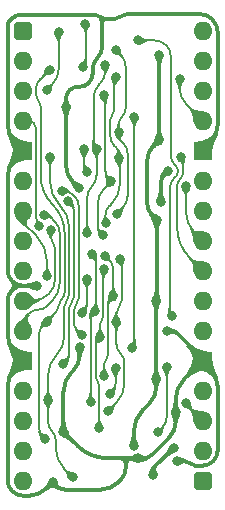
<source format=gbl>
%TF.GenerationSoftware,KiCad,Pcbnew,9.0.7-9.0.7~ubuntu24.04.1*%
%TF.CreationDate,2026-01-20T19:20:32+02:00*%
%TF.ProjectId,Device Decode stage B,44657669-6365-4204-9465-636f64652073,V0*%
%TF.SameCoordinates,Original*%
%TF.FileFunction,Copper,L2,Bot*%
%TF.FilePolarity,Positive*%
%FSLAX46Y46*%
G04 Gerber Fmt 4.6, Leading zero omitted, Abs format (unit mm)*
G04 Created by KiCad (PCBNEW 9.0.7-9.0.7~ubuntu24.04.1) date 2026-01-20 19:20:32*
%MOMM*%
%LPD*%
G01*
G04 APERTURE LIST*
G04 Aperture macros list*
%AMRoundRect*
0 Rectangle with rounded corners*
0 $1 Rounding radius*
0 $2 $3 $4 $5 $6 $7 $8 $9 X,Y pos of 4 corners*
0 Add a 4 corners polygon primitive as box body*
4,1,4,$2,$3,$4,$5,$6,$7,$8,$9,$2,$3,0*
0 Add four circle primitives for the rounded corners*
1,1,$1+$1,$2,$3*
1,1,$1+$1,$4,$5*
1,1,$1+$1,$6,$7*
1,1,$1+$1,$8,$9*
0 Add four rect primitives between the rounded corners*
20,1,$1+$1,$2,$3,$4,$5,0*
20,1,$1+$1,$4,$5,$6,$7,0*
20,1,$1+$1,$6,$7,$8,$9,0*
20,1,$1+$1,$8,$9,$2,$3,0*%
G04 Aperture macros list end*
%TA.AperFunction,ComponentPad*%
%ADD10RoundRect,0.400000X-0.400000X-0.400000X0.400000X-0.400000X0.400000X0.400000X-0.400000X0.400000X0*%
%TD*%
%TA.AperFunction,ComponentPad*%
%ADD11O,1.600000X1.600000*%
%TD*%
%TA.AperFunction,ComponentPad*%
%ADD12R,1.600000X1.600000*%
%TD*%
%TA.AperFunction,ViaPad*%
%ADD13C,0.800000*%
%TD*%
%TA.AperFunction,Conductor*%
%ADD14C,0.380000*%
%TD*%
%TA.AperFunction,Conductor*%
%ADD15C,0.200000*%
%TD*%
G04 APERTURE END LIST*
D10*
%TO.P,J1,1*%
%TO.N,5V*%
X0Y0D03*
D11*
%TO.P,J1,2*%
%TO.N,Y7+R*%
X0Y-2540000D03*
%TO.P,J1,3*%
%TO.N,Y6+R*%
X0Y-5080000D03*
%TO.P,J1,4*%
%TO.N,~{Device Registers}*%
X0Y-7620000D03*
D12*
%TO.P,J1,5*%
%TO.N,GND*%
X0Y-10160000D03*
D11*
%TO.P,J1,6*%
%TO.N,Y5+R*%
X0Y-12700000D03*
%TO.P,J1,7*%
%TO.N,Y4+R*%
X0Y-15240000D03*
%TO.P,J1,8*%
%TO.N,~{E2}*%
X0Y-17780000D03*
%TO.P,J1,9*%
%TO.N,E3*%
X0Y-20320000D03*
%TO.P,J1,10*%
%TO.N,A2*%
X0Y-22860000D03*
%TO.P,J1,11*%
%TO.N,A1*%
X0Y-25400000D03*
D12*
%TO.P,J1,12*%
%TO.N,GND*%
X0Y-27940000D03*
D11*
%TO.P,J1,13*%
%TO.N,A0*%
X0Y-30480000D03*
%TO.P,J1,14*%
%TO.N,unconnected-(J1-Pad14)*%
X0Y-33020000D03*
%TO.P,J1,15*%
%TO.N,~{RD}_{IN}*%
X0Y-35560000D03*
%TO.P,J1,16*%
%TO.N,~{WD}_{IN}*%
X0Y-38100000D03*
D10*
%TO.P,J1,17*%
%TO.N,5V*%
X15240000Y-38100000D03*
D11*
%TO.P,J1,18*%
%TO.N,unconnected-(J1-Pad18)*%
X15240000Y-35560000D03*
%TO.P,J1,19*%
%TO.N,Y7+W*%
X15240000Y-33020000D03*
%TO.P,J1,20*%
%TO.N,Y6+W*%
X15240000Y-30480000D03*
D12*
%TO.P,J1,21*%
%TO.N,GND*%
X15240000Y-27940000D03*
D11*
%TO.P,J1,22*%
%TO.N,Y5+W*%
X15240000Y-25400000D03*
%TO.P,J1,23*%
%TO.N,Y4+W*%
X15240000Y-22860000D03*
%TO.P,J1,24*%
%TO.N,Y3+W*%
X15240000Y-20320000D03*
%TO.P,J1,25*%
%TO.N,Y2+W*%
X15240000Y-17780000D03*
%TO.P,J1,26*%
%TO.N,Y1+W*%
X15240000Y-15240000D03*
%TO.P,J1,27*%
%TO.N,Y0+W*%
X15240000Y-12700000D03*
D12*
%TO.P,J1,28*%
%TO.N,GND*%
X15240000Y-10160000D03*
D11*
%TO.P,J1,29*%
%TO.N,Y3+R*%
X15240000Y-7620000D03*
%TO.P,J1,30*%
%TO.N,Y2+R*%
X15240000Y-5080000D03*
%TO.P,J1,31*%
%TO.N,Y1+R*%
X15240000Y-2540000D03*
%TO.P,J1,32*%
%TO.N,Y0+R*%
X15240000Y0D03*
%TD*%
D13*
%TO.N,GND*%
X4743661Y-13290339D03*
X12961502Y-32328000D03*
X12319000Y-11888000D03*
X2539995Y-38227007D03*
X3457521Y-33971930D03*
X1189999Y-21590000D03*
X11696000Y-14478000D03*
X3683000Y-6477000D03*
X12192000Y-25400000D03*
X4826000Y-26797000D03*
X9778978Y-36206000D03*
X13081015Y-36449000D03*
%TO.N,/3.3V*%
X12795085Y-35312145D03*
X9398001Y-35167000D03*
X11557000Y-9271000D03*
X11049000Y-37592000D03*
X11557000Y-2032000D03*
X11303004Y-22859996D03*
X11303006Y-29464000D03*
X11359881Y-16002000D03*
%TO.N,A0*%
X3851060Y-14448349D03*
X3429000Y-28193992D03*
%TO.N,A2*%
X2377204Y-16864676D03*
%TO.N,/~{WD}*%
X4225796Y-37791000D03*
X2159000Y-31241996D03*
X2311498Y-10668000D03*
%TO.N,/~{RD}*%
X1905000Y-34544000D03*
X2286000Y-3302000D03*
X2032005Y-24637996D03*
%TO.N,~{Device Registers}*%
X1378082Y-16541785D03*
%TO.N,A1*%
X1800020Y-15621000D03*
%TO.N,Y2+W*%
X13822302Y-13184284D03*
%TO.N,/~{Y7}*%
X5842000Y-18923000D03*
X6092000Y-23749000D03*
X5763005Y-31484000D03*
%TO.N,/~{Y6}*%
X6542000Y-25957000D03*
X6923000Y-20193000D03*
X6463005Y-33667000D03*
%TO.N,/~{Y5}*%
X8252949Y-19328000D03*
X7947088Y-24633677D03*
X7227873Y-32224466D03*
%TO.N,/~{Y4}*%
X6985000Y-19050000D03*
X7673000Y-22479000D03*
X6894227Y-29240467D03*
%TO.N,/~{Y3}*%
X5461002Y-17145000D03*
X6985000Y-2921000D03*
X6256742Y-10009635D03*
%TO.N,/~{Y2}*%
X6846077Y-17325422D03*
X7521000Y-12747557D03*
X6858000Y-5452993D03*
%TO.N,/~{Y1}*%
X7883636Y-3952993D03*
X8125476Y-10792127D03*
X7074805Y-16300634D03*
%TO.N,/~{Y0}*%
X8001000Y-15494000D03*
X8128000Y-8609050D03*
X7901996Y-1651000D03*
%TO.N,Y3+W*%
X13400000Y-10675834D03*
%TO.N,Y0+W*%
X5207000Y-10033000D03*
X5473000Y-11965352D03*
%TO.N,Y5+W*%
X12191992Y-28448000D03*
X11430000Y-34012006D03*
%TO.N,Y4+W*%
X7366000Y-30734000D03*
X7874000Y-28564858D03*
%TO.N,Y7+W*%
X13871000Y-31553794D03*
%TO.N,Y6+R*%
X9288000Y-26846000D03*
X9473000Y-7317000D03*
%TO.N,Y4+R*%
X5459090Y-21054914D03*
X5018000Y-23876000D03*
X2059086Y-20768000D03*
%TO.N,Y5+R*%
X4998619Y-25761284D03*
X3302000Y-13589000D03*
%TO.N,Y7+R*%
X9779000Y-827000D03*
X12636499Y-24193501D03*
%TO.N,Y1+R*%
X2032000Y-5000970D03*
X3048000Y-127000D03*
%TO.N,Y3+R*%
X13293954Y-4130815D03*
%TO.N,Y0+R*%
X5080000Y-3048000D03*
X5316332Y573000D03*
%TD*%
D14*
%TO.N,/3.3V*%
X11303006Y-30225997D02*
G75*
G02*
X10764190Y-31526805I-1839606J-3D01*
G01*
X11049000Y-9779000D02*
G75*
G03*
X10541008Y-11005420I1226400J-1226400D01*
G01*
X11237716Y-36869513D02*
G75*
G03*
X11049005Y-37325115I455584J-455587D01*
G01*
X10201981Y-32089018D02*
G75*
G03*
X9398011Y-34029999I1941019J-1940982D01*
G01*
X10541000Y-14604082D02*
G75*
G03*
X10950435Y-15592564I1397900J-18D01*
G01*
X11359881Y-22762900D02*
G75*
G02*
X11331439Y-22831554I-97081J0D01*
G01*
%TO.N,GND*%
X3683000Y-11479677D02*
G75*
G03*
X4213329Y-12760009I1810660J-3D01*
G01*
X12961502Y-33114749D02*
G75*
G02*
X12405187Y-34457814I-1899382J-1D01*
G01*
X3968750Y-5048250D02*
G75*
G03*
X3683005Y-5738111I689850J-689850D01*
G01*
X4826000Y-27524021D02*
G75*
G02*
X4311919Y-28765124I-1755190J1D01*
G01*
X-634999Y-9525000D02*
G75*
G02*
X-634999Y-10795000I-634999J-635000D01*
G01*
X-1253196Y577527D02*
G75*
G03*
X-1270000Y439149I561447J-138389D01*
G01*
X4658611Y-4762500D02*
G75*
G03*
X3968747Y-5048247I-11J-975600D01*
G01*
X16065500Y952500D02*
G75*
G02*
X16509993Y-120617I-1073100J-1073100D01*
G01*
X16510000Y-7991974D02*
G75*
G02*
X15875001Y-9525001I-2168040J4D01*
G01*
X8763000Y-36713989D02*
G75*
G03*
X8255011Y-36206000I-508000J-11D01*
G01*
X9270989Y-36206000D02*
G75*
G03*
X8763000Y-36713989I11J-508000D01*
G01*
X-87044Y1363000D02*
G75*
G03*
X-884578Y1032650I5J-1127893D01*
G01*
X6740000Y-1325172D02*
G75*
G02*
X6329999Y-2314999I-1399830J2D01*
G01*
X4141760Y-28935281D02*
G75*
G03*
X3457518Y-30587181I1651890J-1651899D01*
G01*
X-1225661Y673999D02*
G75*
G03*
X-1243638Y616307I468054J-177494D01*
G01*
X-1193524Y723704D02*
G75*
G03*
X-1225661Y673999I99718J-99715D01*
G01*
X-889000Y-21971000D02*
G75*
G03*
X-1270005Y-22890815I919810J-919820D01*
G01*
X16136979Y-36456979D02*
G75*
G02*
X15236426Y-36830011I-900579J900579D01*
G01*
X-1270000Y-25771974D02*
G75*
G03*
X-634998Y-27304999I2168030J4D01*
G01*
X16065500Y952500D02*
G75*
G03*
X14992382Y1396993I-1073100J-1073100D01*
G01*
X8808813Y1397000D02*
G75*
G03*
X8296996Y1185004I-13J-723800D01*
G01*
X-889000Y-38989000D02*
G75*
G03*
X30815Y-39370000I919817J919820D01*
G01*
X-634999Y-28575000D02*
G75*
G03*
X-1270001Y-30108025I1533029J-1533030D01*
G01*
X-1270000Y-38069184D02*
G75*
G03*
X-888999Y-38988999I1300820J4D01*
G01*
X15875000Y-28575000D02*
G75*
G03*
X14605000Y-28575000I-635000J-635000D01*
G01*
X12007500Y-12199500D02*
G75*
G03*
X11696011Y-12951527I752000J-752000D01*
G01*
X8297000Y1185000D02*
G75*
G02*
X7785186Y973005I-511800J511800D01*
G01*
X10967427Y-35895572D02*
G75*
G02*
X10217989Y-36205982I-749427J749472D01*
G01*
X5595250Y-4437750D02*
G75*
G02*
X4811234Y-4762502I-784020J784020D01*
G01*
X6330000Y-2315000D02*
G75*
G03*
X5920011Y-3304827I989800J-989800D01*
G01*
X-634999Y-10795000D02*
G75*
G03*
X-1270001Y-12328025I1533029J-1533030D01*
G01*
X-1270000Y-20289184D02*
G75*
G03*
X-888999Y-21208999I1300820J4D01*
G01*
X6545000Y1168000D02*
G75*
G03*
X6074228Y1363012I-470800J-470800D01*
G01*
X-1270000Y-7991974D02*
G75*
G03*
X-634998Y-9524999I2168030J4D01*
G01*
X-889000Y-21971000D02*
G75*
G03*
X-889000Y-21209000I-380998J381000D01*
G01*
X30815Y-21590000D02*
G75*
G03*
X-889000Y-21971000I-3J-1300808D01*
G01*
X-889000Y-21209000D02*
G75*
G03*
X30815Y-21590000I919817J919820D01*
G01*
X12954000Y-32315193D02*
G75*
G03*
X12957749Y-32324251I12800J-7D01*
G01*
X1968498Y-38798503D02*
G75*
G02*
X588783Y-39369999I-1379718J1379723D01*
G01*
X4605683Y-35120092D02*
G75*
G03*
X7227295Y-36206000I2621617J2621622D01*
G01*
X5920000Y-3653734D02*
G75*
G02*
X5595249Y-4437749I-1108770J4D01*
G01*
X14160500Y-36639500D02*
G75*
G03*
X14620407Y-36829997I459900J459900D01*
G01*
X14160500Y-36639500D02*
G75*
G03*
X13700592Y-36449003I-459900J-459900D01*
G01*
X6740000Y697228D02*
G75*
G03*
X6545000Y1168000I-665770J2D01*
G01*
X7015771Y973000D02*
G75*
G03*
X6740000Y697228I29J-275800D01*
G01*
X6545000Y1168000D02*
G75*
G03*
X7015771Y972988I470800J470800D01*
G01*
X16510000Y-35556426D02*
G75*
G02*
X16136971Y-36456971I-1273600J26D01*
G01*
X8763000Y-36899000D02*
G75*
G02*
X8272986Y-38082035I-1673100J0D01*
G01*
X13694516Y-29485483D02*
G75*
G03*
X12954039Y-31273249I1787784J-1787717D01*
G01*
X2857491Y-38544503D02*
G75*
G03*
X3623995Y-38862003I766509J766503D01*
G01*
X13051506Y-25624506D02*
G75*
G03*
X12509500Y-25399996I-542006J-541994D01*
G01*
X15875000Y-28575000D02*
G75*
G02*
X16509989Y-30108025I-1533000J-1533000D01*
G01*
X8128000Y-38227000D02*
G75*
G02*
X6594974Y-38861999I-1533030J1533040D01*
G01*
X8255011Y-36206000D02*
X9270989Y-36206000D01*
D15*
%TO.N,Y0+R*%
X5343950Y-2597409D02*
G75*
G02*
X5211983Y-2916033I-450650J9D01*
G01*
X5330141Y559191D02*
G75*
G02*
X5343916Y525853I-33341J-33291D01*
G01*
%TO.N,Y3+R*%
X13293954Y-4902384D02*
G75*
G03*
X13839526Y-6219546I1862746J-16D01*
G01*
%TO.N,Y1+R*%
X3048000Y-3266549D02*
G75*
G02*
X2540000Y-4492970I-1734420J-1D01*
G01*
%TO.N,Y7+R*%
X13189000Y-11904565D02*
G75*
G02*
X13019627Y-12313555I-578400J-35D01*
G01*
X12553421Y-10579998D02*
G75*
G03*
X12871214Y-11347206I1084979J-2D01*
G01*
X12446000Y-23868298D02*
G75*
G03*
X12541249Y-24098251I325200J-2D01*
G01*
X12817500Y-12515631D02*
G75*
G03*
X12446014Y-13412511I896900J-896869D01*
G01*
X12151210Y-1229210D02*
G75*
G03*
X11180188Y-826999I-971010J-970990D01*
G01*
X12151210Y-1229210D02*
G75*
G02*
X12553401Y-2200232I-971010J-970990D01*
G01*
X13019601Y-11495601D02*
G75*
G02*
X13189013Y-11904565I-409001J-408999D01*
G01*
%TO.N,Y5+R*%
X4538537Y-23193520D02*
G75*
G03*
X4318042Y-23725945I532463J-532380D01*
G01*
X4318000Y-24599394D02*
G75*
G03*
X4658304Y-25420979I1161900J-6D01*
G01*
X4370368Y-13977707D02*
G75*
G02*
X4759074Y-14916128I-938428J-938423D01*
G01*
X4221957Y-13829296D02*
G75*
G03*
X3641830Y-13588999I-580127J-580124D01*
G01*
X4759075Y-22661095D02*
G75*
G02*
X4538542Y-23193525I-752975J-5D01*
G01*
%TO.N,Y4+R*%
X1180665Y-17405030D02*
G75*
G02*
X2059086Y-19525725I-2120703J-2120699D01*
G01*
X0Y-16005848D02*
G75*
G03*
X154514Y-16378879I527540J-2D01*
G01*
X5459090Y-23123012D02*
G75*
G02*
X5238539Y-23655449I-752990J12D01*
G01*
%TO.N,Y6+R*%
X9473000Y-26530185D02*
G75*
G02*
X9380504Y-26753504I-315800J-15D01*
G01*
%TO.N,Y7+W*%
X13871000Y-31602397D02*
G75*
G03*
X13905373Y-31685361I117300J-3D01*
G01*
%TO.N,Y4+W*%
X7874000Y-29866789D02*
G75*
G02*
X7620003Y-30480003I-867200J-11D01*
G01*
%TO.N,Y5+W*%
X12191992Y-32711204D02*
G75*
G02*
X11810992Y-33631006I-1300792J4D01*
G01*
%TO.N,Y0+W*%
X5207000Y-11511261D02*
G75*
G03*
X5340001Y-11832351I454090J1D01*
G01*
%TO.N,Y3+W*%
X13494500Y-10770334D02*
G75*
G02*
X13589029Y-10998477I-228100J-228166D01*
G01*
X13589000Y-11950619D02*
G75*
G02*
X13335004Y-12563803I-867200J19D01*
G01*
X13335009Y-12563808D02*
G75*
G03*
X13081016Y-13176996I613191J-613192D01*
G01*
X13081018Y-16634387D02*
G75*
G03*
X14160509Y-19240509I3685582J-13D01*
G01*
%TO.N,/~{Y0}*%
X8128000Y-8876525D02*
G75*
G03*
X8317154Y-9333112I645700J25D01*
G01*
X8313805Y-2062809D02*
G75*
G02*
X8725608Y-3057005I-994205J-994191D01*
G01*
X8426807Y-7283807D02*
G75*
G03*
X8127996Y-8005192I721393J-721393D01*
G01*
X8725615Y-6562422D02*
G75*
G02*
X8426801Y-7283801I-1020215J22D01*
G01*
X8509000Y-9525000D02*
G75*
G02*
X8889994Y-10444815I-919800J-919800D01*
G01*
X8890000Y-13976382D02*
G75*
G02*
X8445499Y-15049499I-1517620J2D01*
G01*
%TO.N,/~{Y1}*%
X7587501Y-7153945D02*
G75*
G03*
X7428019Y-7539014I385099J-385055D01*
G01*
X8221000Y-13093840D02*
G75*
G02*
X7609000Y-14571339I-2089500J0D01*
G01*
X7879172Y-9849172D02*
G75*
G02*
X8125462Y-10443801I-594672J-594628D01*
G01*
X7747002Y-6768875D02*
G75*
G02*
X7587520Y-7153964I-544602J-25D01*
G01*
X8173238Y-10839889D02*
G75*
G02*
X8220993Y-10955196I-115338J-115311D01*
G01*
X7815319Y-4021310D02*
G75*
G03*
X7747017Y-4186241I164881J-164890D01*
G01*
X7428000Y-8904809D02*
G75*
G03*
X7776736Y-9746740I1190700J9D01*
G01*
X7364515Y-14815823D02*
G75*
G03*
X6996995Y-15703084I887285J-887277D01*
G01*
X6997000Y-16167812D02*
G75*
G03*
X7035913Y-16261720I132800J12D01*
G01*
%TO.N,/~{Y2}*%
X6350000Y-16478565D02*
G75*
G03*
X6598037Y-17077384I846850J-5D01*
G01*
X7006742Y-11869663D02*
G75*
G03*
X7263874Y-12490425I877888J3D01*
G01*
X6935500Y-13333057D02*
G75*
G03*
X6349979Y-14746579I1413500J-1413543D01*
G01*
X6932371Y-5527364D02*
G75*
G02*
X7006727Y-5706911I-179571J-179536D01*
G01*
%TO.N,/~{Y3}*%
X6256742Y-12230584D02*
G75*
G02*
X5858873Y-13191129I-1358432J4D01*
G01*
X6985000Y-3492500D02*
G75*
G02*
X6580884Y-4468107I-1379700J0D01*
G01*
X5858872Y-13191128D02*
G75*
G03*
X5460977Y-14151671I960528J-960572D01*
G01*
X6493926Y-4555073D02*
G75*
G03*
X6002878Y-5740629I1185574J-1185527D01*
G01*
X6002853Y-9576219D02*
G75*
G03*
X6129800Y-9882687I433447J19D01*
G01*
%TO.N,/~{Y4}*%
X7242000Y-27437087D02*
G75*
G02*
X7068123Y-27856896I-593700J-13D01*
G01*
X7457500Y-22694500D02*
G75*
G03*
X7241985Y-23214763I520300J-520300D01*
G01*
X7329000Y-19394000D02*
G75*
G02*
X7673004Y-20224489I-830500J-830500D01*
G01*
X7068113Y-27856886D02*
G75*
G03*
X6894212Y-28276685I419787J-419814D01*
G01*
%TO.N,/~{Y5}*%
X8624000Y-29841128D02*
G75*
G02*
X7925938Y-31526404I-2383340J-2D01*
G01*
X7947088Y-26518438D02*
G75*
G03*
X8285545Y-27335543I1155552J-2D01*
G01*
X8337974Y-19413025D02*
G75*
G02*
X8423002Y-19618295I-205274J-205275D01*
G01*
X8423000Y-22777479D02*
G75*
G02*
X8185048Y-23351960I-812400J-21D01*
G01*
X8285544Y-27335544D02*
G75*
G02*
X8623954Y-28152649I-817144J-817056D01*
G01*
X8185044Y-23351956D02*
G75*
G03*
X7947105Y-23926432I574456J-574444D01*
G01*
%TO.N,/~{Y6}*%
X6328616Y-29664806D02*
G75*
G02*
X6462978Y-29989249I-324416J-324394D01*
G01*
X6692000Y-24534000D02*
G75*
G03*
X6542013Y-24896132I362100J-362100D01*
G01*
X6194227Y-29340362D02*
G75*
G03*
X6328589Y-29664833I458873J-38D01*
G01*
X6368113Y-26130886D02*
G75*
G03*
X6194212Y-26550685I419787J-419814D01*
G01*
X6842000Y-24171867D02*
G75*
G02*
X6692009Y-24534009I-512100J-33D01*
G01*
X6882500Y-20233500D02*
G75*
G03*
X6841990Y-20331275I97800J-97800D01*
G01*
%TO.N,/~{Y7}*%
X5927502Y-23913497D02*
G75*
G03*
X5763015Y-24310629I397098J-397103D01*
G01*
X6223000Y-23525369D02*
G75*
G02*
X6157509Y-23683509I-223600J-31D01*
G01*
X6032500Y-19113500D02*
G75*
G02*
X6222997Y-19573407I-459900J-459900D01*
G01*
%TO.N,Y2+W*%
X13822302Y-15359838D02*
G75*
G03*
X14531151Y-17071151I2420158J-2D01*
G01*
%TO.N,A1*%
X1333500Y-23622000D02*
G75*
G03*
X574695Y-23936313I0J-1073100D01*
G01*
X3159087Y-21264337D02*
G75*
G02*
X2468543Y-22931456I-2357668J3D01*
G01*
X2371869Y-15770369D02*
G75*
G03*
X2011260Y-15620998I-360609J-360601D01*
G01*
X314308Y-24196691D02*
G75*
G03*
X-6Y-24955500I758792J-758809D01*
G01*
X2690793Y-16089293D02*
G75*
G02*
X3159083Y-17219854I-1130563J-1130557D01*
G01*
X2092308Y-23307691D02*
G75*
G02*
X1333500Y-23621999I-758808J758811D01*
G01*
%TO.N,~{Device Registers}*%
X1285556Y-16187556D02*
G75*
G02*
X1378065Y-16410933I-223356J-223344D01*
G01*
X931000Y-7789000D02*
G75*
G02*
X1099999Y-8197002I-408000J-408000D01*
G01*
X931000Y-7789000D02*
G75*
G03*
X522997Y-7620001I-408000J-408000D01*
G01*
X1100000Y-15805366D02*
G75*
G03*
X1239040Y-16141042I474710J-4D01*
G01*
%TO.N,/~{RD}*%
X3048000Y-23304500D02*
G75*
G02*
X2823490Y-23846504I-766500J0D01*
G01*
X3559087Y-22114519D02*
G75*
G02*
X3303545Y-22731458I-872487J-1D01*
G01*
X1397000Y-33676789D02*
G75*
G03*
X1651000Y-34290000I867210J-1D01*
G01*
X1524000Y-12276976D02*
G75*
G03*
X2541543Y-14733543I3474100J-4D01*
G01*
X1100000Y-5372186D02*
G75*
G03*
X1312002Y-5883998I723820J6D01*
G01*
X2541543Y-14733543D02*
G75*
G02*
X3559085Y-17190110I-2456573J-2456567D01*
G01*
X1714502Y-24955498D02*
G75*
G03*
X1397005Y-25722017I766498J-766502D01*
G01*
X3272506Y-22762493D02*
G75*
G03*
X3047996Y-23304500I541994J-542007D01*
G01*
X1312000Y-5884000D02*
G75*
G02*
X1524003Y-6395813I-511820J-511820D01*
G01*
X1518607Y-4069392D02*
G75*
G03*
X1099995Y-5080000I1010593J-1010608D01*
G01*
%TO.N,/~{WD}*%
X2480499Y-33895972D02*
G75*
G02*
X2801998Y-34672139I-776169J-776168D01*
G01*
X3738543Y-22862142D02*
G75*
G03*
X3517991Y-23394581I532457J-532458D01*
G01*
X2311498Y-12772790D02*
G75*
G03*
X3135292Y-14761606I2812612J0D01*
G01*
X3518000Y-25874041D02*
G75*
G02*
X2838502Y-27514502I-2319970J1D01*
G01*
X3959087Y-22329703D02*
G75*
G02*
X3738543Y-22862142I-752987J3D01*
G01*
X2801998Y-35360424D02*
G75*
G03*
X3513895Y-37079103I2430572J-6D01*
G01*
X2838500Y-27514500D02*
G75*
G03*
X2158996Y-29154958I1640450J-1640460D01*
G01*
X2159000Y-33119804D02*
G75*
G03*
X2480498Y-33895973I1097660J-6D01*
G01*
X3135292Y-14761606D02*
G75*
G02*
X3959083Y-16750422I-1988822J-1988814D01*
G01*
%TO.N,A2*%
X2377204Y-17509084D02*
G75*
G03*
X2568144Y-17970059I651906J-6D01*
G01*
X2759087Y-20968377D02*
G75*
G02*
X2205041Y-22305954I-1891627J7D01*
G01*
X2205043Y-22305956D02*
G75*
G02*
X867464Y-22860000I-1337583J1337586D01*
G01*
X2568145Y-17970058D02*
G75*
G02*
X2759085Y-18431032I-460975J-460972D01*
G01*
%TO.N,A0*%
X4138543Y-23027828D02*
G75*
G03*
X3917981Y-23560267I532457J-532472D01*
G01*
X3918000Y-27359216D02*
G75*
G02*
X3673498Y-27949490I-834780J6D01*
G01*
X4105067Y-14702356D02*
G75*
G02*
X4359074Y-15315584I-613267J-613244D01*
G01*
X4359087Y-16060529D02*
X4359087Y-16060537D01*
X4359089Y-16060524D02*
X4359087Y-16060523D01*
X4359085Y-16060522D01*
X4359083Y-16060521D01*
X4359081Y-16060519D01*
X4359080Y-16060517D01*
X4359078Y-16060516D01*
X4359077Y-16060514D01*
X4359076Y-16060512D01*
X4359075Y-16060509D01*
X4359075Y-16060509D01*
X4359087Y-22495389D02*
G75*
G02*
X4138550Y-23027835I-752987J-11D01*
G01*
D14*
%TO.N,GND*%
X16510000Y-120617D02*
X16510000Y-7991974D01*
X7785186Y973000D02*
X7015771Y973000D01*
X2539995Y-38227007D02*
X2857491Y-38544503D01*
X8272975Y-38082024D02*
X8128000Y-38227000D01*
X12319000Y-11888000D02*
X12007500Y-12199500D01*
X16510000Y-35556426D02*
X16510000Y-30108025D01*
X-634999Y-28575000D02*
X0Y-27940000D01*
X-1270000Y439149D02*
X-1270000Y-7991974D01*
X3623995Y-38862000D02*
X6594974Y-38862000D01*
X30815Y-39370000D02*
X588783Y-39370000D01*
X9778978Y-36206000D02*
X10217989Y-36206000D01*
X-1253196Y577527D02*
X-1243638Y616307D01*
X3457521Y-30587181D02*
X3457521Y-33971930D01*
X13051506Y-25624506D02*
X15240000Y-27813000D01*
X8763000Y-36713989D02*
X8763000Y-36899000D01*
X-1270000Y-30108025D02*
X-1270000Y-38069184D01*
X-1270000Y-12328025D02*
X-1270000Y-20289184D01*
X11696000Y-14478000D02*
X11696000Y-12951527D01*
X2539995Y-38227007D02*
X1968498Y-38798503D01*
X4658611Y-4762500D02*
X4811234Y-4762500D01*
X9270989Y-36206000D02*
X9778978Y-36206000D01*
X14992382Y1397000D02*
X8808813Y1397000D01*
X6740000Y-1325172D02*
X6740000Y697228D01*
X12957751Y-32324249D02*
X12961502Y-32328000D01*
X-634999Y-27305000D02*
X0Y-27940000D01*
X5920000Y-3304827D02*
X5920000Y-3653734D01*
X-87044Y1363000D02*
X6074228Y1363000D01*
X30815Y-21590000D02*
X1189999Y-21590000D01*
X13081015Y-36449000D02*
X13700592Y-36449000D01*
X4311918Y-28765123D02*
X4141760Y-28935281D01*
X15236426Y-36830000D02*
X14620407Y-36830000D01*
X15875000Y-9525000D02*
X15240000Y-10160000D01*
X14604999Y-28574999D02*
X13694516Y-29485483D01*
X12405186Y-34457813D02*
X10967427Y-35895572D01*
X-1270000Y-22890815D02*
X-1270000Y-25771974D01*
X12192000Y-25400000D02*
X12509500Y-25400000D01*
X4213330Y-12760008D02*
X4743661Y-13290339D01*
X4826000Y-27524021D02*
X4826000Y-26797000D01*
X4605683Y-35120092D02*
X3457521Y-33971930D01*
X-884578Y1032650D02*
X-1193524Y723704D01*
X8255011Y-36206000D02*
X7227295Y-36206000D01*
X3683000Y-5738111D02*
X3683000Y-6477000D01*
X12961502Y-33114749D02*
X12961502Y-32328000D01*
X3683000Y-11479677D02*
X3683000Y-6477000D01*
X12954000Y-32315193D02*
X12954000Y-31273249D01*
%TO.N,/3.3V*%
X10764192Y-31526807D02*
X10201981Y-32089018D01*
X11359881Y-16002000D02*
X10950440Y-15592559D01*
X11049000Y-37592000D02*
X11049000Y-37325115D01*
X11557000Y-9271000D02*
X11557000Y-2032000D01*
X12795085Y-35312145D02*
X11237716Y-36869513D01*
X11303004Y-29463998D02*
X11303006Y-29464000D01*
X11049000Y-9779000D02*
X11557000Y-9271000D01*
X9398001Y-35167000D02*
X9398001Y-34029999D01*
X11303004Y-22859996D02*
X11331442Y-22831557D01*
X11359881Y-16002000D02*
X11359881Y-22762900D01*
X11303004Y-29463998D02*
X11303004Y-22859996D01*
X10541000Y-11005420D02*
X10541000Y-14604082D01*
X11303006Y-29464000D02*
X11303006Y-30225997D01*
D15*
%TO.N,A0*%
X4359087Y-16060537D02*
X4359087Y-22495389D01*
X3673500Y-27949492D02*
X3429000Y-28193992D01*
X4359075Y-15315584D02*
X4359075Y-16060509D01*
X3918000Y-23560267D02*
X3918000Y-27359216D01*
X3851060Y-14448349D02*
X4105067Y-14702356D01*
%TO.N,A2*%
X2377204Y-17509084D02*
X2377204Y-16864676D01*
X2759087Y-20968377D02*
X2759087Y-18431032D01*
X867464Y-22860000D02*
X0Y-22860000D01*
%TO.N,/~{WD}*%
X2159000Y-29154958D02*
X2159000Y-31241996D01*
X2801998Y-34672139D02*
X2801998Y-35360424D01*
X3513897Y-37079101D02*
X4225796Y-37791000D01*
X2159000Y-33119804D02*
X2159000Y-31241996D01*
X3518000Y-23394581D02*
X3518000Y-25874041D01*
X2311498Y-12772790D02*
X2311498Y-10668000D01*
X3959087Y-22329703D02*
X3959087Y-16750422D01*
%TO.N,/~{RD}*%
X1524000Y-12276976D02*
X1524000Y-6395813D01*
X2286000Y-3302000D02*
X1518607Y-4069392D01*
X2823493Y-23846507D02*
X2032005Y-24637996D01*
X3559087Y-22114519D02*
X3559087Y-17190110D01*
X1397000Y-33676789D02*
X1397000Y-25722017D01*
X2032005Y-24637996D02*
X1714502Y-24955498D01*
X1905000Y-34544000D02*
X1651000Y-34290000D01*
X1100000Y-5372186D02*
X1100000Y-5080000D01*
X3303543Y-22731456D02*
X3272506Y-22762493D01*
%TO.N,~{Device Registers}*%
X522997Y-7620000D02*
X0Y-7620000D01*
X1100000Y-8197002D02*
X1100000Y-15805366D01*
X1378082Y-16410933D02*
X1378082Y-16541785D01*
X1285556Y-16187556D02*
X1239041Y-16141041D01*
%TO.N,A1*%
X2468543Y-22931456D02*
X2092308Y-23307691D01*
X574690Y-23936308D02*
X314308Y-24196691D01*
X0Y-24955500D02*
X0Y-25400000D01*
X3159087Y-21264337D02*
X3159087Y-17219854D01*
X2371869Y-15770369D02*
X2690793Y-16089293D01*
X2011260Y-15621000D02*
X1800020Y-15621000D01*
%TO.N,Y2+W*%
X13822302Y-13184284D02*
X13822302Y-15359838D01*
X14531151Y-17071151D02*
X15240000Y-17780000D01*
%TO.N,/~{Y7}*%
X6157500Y-23683500D02*
X6092000Y-23749000D01*
X5927502Y-23913497D02*
X6092000Y-23749000D01*
X6223000Y-23525369D02*
X6223000Y-19573407D01*
X6032500Y-19113500D02*
X5842000Y-18923000D01*
X5763005Y-24310629D02*
X5763005Y-31484000D01*
%TO.N,/~{Y6}*%
X6542000Y-24896132D02*
X6542000Y-25957000D01*
X6463005Y-29989249D02*
X6463005Y-33667000D01*
X6194227Y-29340362D02*
X6194227Y-26550685D01*
X6842000Y-24171867D02*
X6842000Y-20331275D01*
X6923000Y-20193000D02*
X6882500Y-20233500D01*
X6542000Y-25957000D02*
X6368113Y-26130886D01*
%TO.N,/~{Y5}*%
X7947088Y-24633677D02*
X7947088Y-23926432D01*
X8423000Y-19618295D02*
X8423000Y-22777479D01*
X8337974Y-19413025D02*
X8252949Y-19328000D01*
X7947088Y-26518438D02*
X7947088Y-24633677D01*
X7925936Y-31526402D02*
X7227873Y-32224466D01*
X8624000Y-29841128D02*
X8624000Y-28152649D01*
%TO.N,/~{Y4}*%
X6985000Y-19050000D02*
X7329000Y-19394000D01*
X7242000Y-27437087D02*
X7242000Y-23214763D01*
X6894227Y-29240467D02*
X6894227Y-28276685D01*
X7673000Y-22479000D02*
X7673000Y-20224489D01*
X7457500Y-22694500D02*
X7673000Y-22479000D01*
%TO.N,/~{Y3}*%
X6256742Y-10009635D02*
X6129797Y-9882690D01*
X6002853Y-5740629D02*
X6002853Y-9576219D01*
X6580888Y-4468111D02*
X6493926Y-4555073D01*
X6985000Y-3492500D02*
X6985000Y-2921000D01*
X6256742Y-12230584D02*
X6256742Y-10009635D01*
X5461002Y-14151671D02*
X5461002Y-17145000D01*
%TO.N,/~{Y2}*%
X6598038Y-17077383D02*
X6846077Y-17325422D01*
X7521000Y-12747557D02*
X7263871Y-12490428D01*
X6350000Y-16478565D02*
X6350000Y-14746579D01*
X7521000Y-12747557D02*
X6935500Y-13333057D01*
X7006742Y-11869663D02*
X7006742Y-5706911D01*
X6858000Y-5452993D02*
X6932371Y-5527364D01*
%TO.N,/~{Y1}*%
X7747002Y-6768875D02*
X7747002Y-4186241D01*
X7815319Y-4021310D02*
X7883636Y-3952993D01*
X8221000Y-13093840D02*
X8221000Y-10955196D01*
X6997000Y-15703084D02*
X6997000Y-16167812D01*
X7879172Y-9849172D02*
X7776738Y-9746738D01*
X8125476Y-10443801D02*
X8125476Y-10792127D01*
X7428000Y-7539014D02*
X7428000Y-8904809D01*
X7608999Y-14571338D02*
X7364515Y-14815823D01*
X7035902Y-16261731D02*
X7074805Y-16300634D01*
X8173238Y-10839889D02*
X8125476Y-10792127D01*
%TO.N,/~{Y0}*%
X8890000Y-10444815D02*
X8890000Y-13976382D01*
X8317133Y-9333133D02*
X8509000Y-9525000D01*
X8128000Y-8876525D02*
X8128000Y-8609050D01*
X7901996Y-1651000D02*
X8313805Y-2062809D01*
X8128000Y-8005192D02*
X8128000Y-8609050D01*
X8725615Y-3057005D02*
X8725615Y-6562422D01*
X8001000Y-15494000D02*
X8445500Y-15049500D01*
%TO.N,Y3+W*%
X14160509Y-19240509D02*
X15240000Y-20320000D01*
X13589000Y-10998477D02*
X13589000Y-11950619D01*
X13494500Y-10770334D02*
X13400000Y-10675834D01*
X13081018Y-13176996D02*
X13081018Y-16634387D01*
%TO.N,Y0+W*%
X5207000Y-11511261D02*
X5207000Y-10033000D01*
X5340000Y-11832352D02*
X5473000Y-11965352D01*
%TO.N,Y5+W*%
X11430000Y-34012006D02*
X11810996Y-33631010D01*
X12191992Y-32711204D02*
X12191992Y-28448000D01*
%TO.N,Y4+W*%
X7874000Y-29866789D02*
X7874000Y-28564858D01*
X7620000Y-30480000D02*
X7366000Y-30734000D01*
%TO.N,Y7+W*%
X13905367Y-31685367D02*
X15240000Y-33020000D01*
X13871000Y-31553794D02*
X13871000Y-31602397D01*
%TO.N,Y6+R*%
X9473000Y-7317000D02*
X9473000Y-26530185D01*
X9380500Y-26753500D02*
X9288000Y-26846000D01*
%TO.N,Y4+R*%
X5018000Y-23876000D02*
X5238545Y-23655455D01*
X1180665Y-17405030D02*
X154514Y-16378879D01*
X0Y-16005848D02*
X0Y-15787332D01*
X5459090Y-21054914D02*
X5459090Y-23123012D01*
X2059086Y-19525725D02*
X2059086Y-20768000D01*
%TO.N,Y5+R*%
X3302000Y-13589000D02*
X3641830Y-13589000D01*
X4318000Y-23725945D02*
X4318000Y-24599394D01*
X4370368Y-13977707D02*
X4221957Y-13829296D01*
X4759075Y-14916128D02*
X4759075Y-22661095D01*
X4998619Y-25761284D02*
X4658309Y-25420974D01*
%TO.N,Y7+R*%
X12541249Y-24098251D02*
X12636499Y-24193501D01*
X13019601Y-12313529D02*
X12817500Y-12515631D01*
X9779000Y-827000D02*
X11180188Y-827000D01*
X12871210Y-11347210D02*
X13019601Y-11495601D01*
X12446000Y-23868298D02*
X12446000Y-13412511D01*
X12553421Y-10579998D02*
X12553421Y-2200232D01*
%TO.N,Y1+R*%
X2032000Y-5000970D02*
X2540000Y-4492970D01*
X3048000Y-3266549D02*
X3048000Y-127000D01*
%TO.N,Y3+R*%
X13293954Y-4902384D02*
X13293954Y-4130815D01*
X13839536Y-6219536D02*
X15240000Y-7620000D01*
%TO.N,Y0+R*%
X5211975Y-2916025D02*
X5080000Y-3048000D01*
X5316332Y573000D02*
X5330141Y559191D01*
X5343950Y-2597409D02*
X5343950Y525853D01*
%TD*%
%TA.AperFunction,Conductor*%
%TO.N,/3.3V*%
G36*
X11130112Y-36724972D02*
G01*
X11130417Y-36725266D01*
X11383328Y-36978177D01*
X11386755Y-36986450D01*
X11384380Y-36993516D01*
X11326123Y-37070398D01*
X11326121Y-37070403D01*
X11308687Y-37145688D01*
X11308687Y-37145693D01*
X11324732Y-37218868D01*
X11324734Y-37218874D01*
X11360743Y-37297515D01*
X11397903Y-37376583D01*
X11398473Y-37378043D01*
X11437396Y-37501535D01*
X11436614Y-37510456D01*
X11429754Y-37516211D01*
X11428535Y-37516524D01*
X11053070Y-37591749D01*
X11044285Y-37590014D01*
X11044248Y-37589989D01*
X10725601Y-37375944D01*
X10720644Y-37368486D01*
X10722066Y-37360256D01*
X10816373Y-37201568D01*
X10875647Y-37074250D01*
X10875655Y-37074233D01*
X10884805Y-37053449D01*
X10893856Y-37032890D01*
X10894298Y-37031995D01*
X10970188Y-36893936D01*
X10971171Y-36892434D01*
X11032507Y-36812805D01*
X11033190Y-36811999D01*
X11113580Y-36725569D01*
X11121721Y-36721847D01*
X11130112Y-36724972D01*
G37*
%TD.AperFunction*%
%TD*%
%TA.AperFunction,Conductor*%
%TO.N,GND*%
G36*
X16230000Y-8611809D02*
G01*
X16574809Y-8704200D01*
X16581913Y-8709651D01*
X16583082Y-8718529D01*
X16582073Y-8721066D01*
X16572111Y-8739488D01*
X16572095Y-8739519D01*
X16380054Y-9138503D01*
X16380053Y-9138507D01*
X16220237Y-9546120D01*
X16112340Y-9905103D01*
X16054901Y-10200627D01*
X16040973Y-10419380D01*
X16037028Y-10427419D01*
X16028554Y-10430313D01*
X16025511Y-10429707D01*
X15244339Y-10162537D01*
X15237620Y-10156618D01*
X15237611Y-10156600D01*
X14856527Y-9375994D01*
X14855977Y-9367056D01*
X14861908Y-9360347D01*
X14866496Y-9359174D01*
X14969857Y-9354374D01*
X15097166Y-9336917D01*
X15191012Y-9315860D01*
X15222948Y-9308696D01*
X15222953Y-9308694D01*
X15222964Y-9308692D01*
X15355983Y-9267369D01*
X15484882Y-9216112D01*
X15614597Y-9153014D01*
X15736986Y-9082025D01*
X15850993Y-9004456D01*
X15954759Y-8922130D01*
X16118395Y-8758515D01*
X16217377Y-8616421D01*
X16224915Y-8611594D01*
X16230000Y-8611809D01*
G37*
%TD.AperFunction*%
%TD*%
%TA.AperFunction,Conductor*%
%TO.N,GND*%
G36*
X-981410Y-26393057D02*
G01*
X-977443Y-26396824D01*
X-941922Y-26451631D01*
X-920181Y-26485179D01*
X-917724Y-26488969D01*
X-845962Y-26575526D01*
X-760619Y-26661289D01*
X-662058Y-26745521D01*
X-552518Y-26825742D01*
X-316077Y-26962955D01*
X-71911Y-27062356D01*
X162726Y-27120113D01*
X166280Y-27120988D01*
X289017Y-27131358D01*
X374257Y-27138561D01*
X382211Y-27142672D01*
X384929Y-27151204D01*
X383785Y-27155352D01*
X2389Y-27936600D01*
X-4319Y-27942530D01*
X-4330Y-27942534D01*
X-4339Y-27942537D01*
X-784800Y-28209465D01*
X-793737Y-28208900D01*
X-799656Y-28202181D01*
X-800284Y-28198603D01*
X-801599Y-28124524D01*
X-801599Y-28124507D01*
X-816202Y-27970901D01*
X-816206Y-27970872D01*
X-843968Y-27809690D01*
X-893194Y-27605346D01*
X-955707Y-27398630D01*
X-1045214Y-27149131D01*
X-1045219Y-27149117D01*
X-1142651Y-26912545D01*
X-1249317Y-26681671D01*
X-1342469Y-26500939D01*
X-1343213Y-26492015D01*
X-1337429Y-26485179D01*
X-1335101Y-26484279D01*
X-990288Y-26391888D01*
X-981410Y-26393057D01*
G37*
%TD.AperFunction*%
%TD*%
%TA.AperFunction,Conductor*%
%TO.N,GND*%
G36*
X-785514Y-27670289D02*
G01*
X-4337Y-27937463D01*
X2379Y-27943380D01*
X125166Y-28194895D01*
X383471Y-28724005D01*
X384021Y-28732943D01*
X378090Y-28739652D01*
X373500Y-28740825D01*
X270153Y-28745624D01*
X270146Y-28745624D01*
X270144Y-28745625D01*
X142835Y-28763082D01*
X142826Y-28763084D01*
X17052Y-28791303D01*
X17032Y-28791309D01*
X-115977Y-28832629D01*
X-115994Y-28832635D01*
X-244878Y-28883885D01*
X-374590Y-28946981D01*
X-374599Y-28946986D01*
X-496995Y-29017980D01*
X-610984Y-29095536D01*
X-610988Y-29095539D01*
X-610993Y-29095543D01*
X-714759Y-29177869D01*
X-878396Y-29341483D01*
X-977377Y-29483575D01*
X-984916Y-29488404D01*
X-990004Y-29488188D01*
X-1334810Y-29395798D01*
X-1341914Y-29390347D01*
X-1343083Y-29381469D01*
X-1342074Y-29378932D01*
X-1332110Y-29360506D01*
X-1332094Y-29360475D01*
X-1140053Y-28961493D01*
X-1140052Y-28961489D01*
X-980237Y-28553878D01*
X-872340Y-28194895D01*
X-814901Y-27899371D01*
X-800973Y-27680617D01*
X-797028Y-27672578D01*
X-788554Y-27669684D01*
X-785514Y-27670289D01*
G37*
%TD.AperFunction*%
%TD*%
%TA.AperFunction,Conductor*%
%TO.N,GND*%
G36*
X-785514Y-9890289D02*
G01*
X-4337Y-10157463D01*
X2379Y-10163380D01*
X125166Y-10414895D01*
X383471Y-10944005D01*
X384021Y-10952943D01*
X378090Y-10959652D01*
X373500Y-10960825D01*
X270153Y-10965624D01*
X270146Y-10965624D01*
X270144Y-10965625D01*
X142835Y-10983082D01*
X142826Y-10983084D01*
X17052Y-11011303D01*
X17032Y-11011309D01*
X-115977Y-11052629D01*
X-115994Y-11052635D01*
X-244878Y-11103885D01*
X-374590Y-11166981D01*
X-374599Y-11166986D01*
X-496995Y-11237980D01*
X-610984Y-11315536D01*
X-610988Y-11315539D01*
X-610993Y-11315543D01*
X-714759Y-11397869D01*
X-878396Y-11561483D01*
X-977377Y-11703575D01*
X-984916Y-11708404D01*
X-990004Y-11708188D01*
X-1334810Y-11615798D01*
X-1341914Y-11610347D01*
X-1343083Y-11601469D01*
X-1342074Y-11598932D01*
X-1332110Y-11580506D01*
X-1332094Y-11580475D01*
X-1140053Y-11181493D01*
X-1140052Y-11181489D01*
X-980237Y-10773878D01*
X-872340Y-10414895D01*
X-814901Y-10119371D01*
X-800973Y-9900617D01*
X-797028Y-9892578D01*
X-788554Y-9889684D01*
X-785514Y-9890289D01*
G37*
%TD.AperFunction*%
%TD*%
%TA.AperFunction,Conductor*%
%TO.N,GND*%
G36*
X-981410Y-8613057D02*
G01*
X-977443Y-8616824D01*
X-941922Y-8671631D01*
X-920181Y-8705179D01*
X-917724Y-8708969D01*
X-845962Y-8795526D01*
X-760619Y-8881289D01*
X-662058Y-8965521D01*
X-552518Y-9045742D01*
X-316077Y-9182955D01*
X-71911Y-9282356D01*
X162726Y-9340113D01*
X166280Y-9340988D01*
X289017Y-9351358D01*
X374257Y-9358561D01*
X382211Y-9362672D01*
X384929Y-9371204D01*
X383785Y-9375352D01*
X2389Y-10156600D01*
X-4319Y-10162530D01*
X-4330Y-10162534D01*
X-4339Y-10162537D01*
X-784800Y-10429465D01*
X-793737Y-10428900D01*
X-799656Y-10422181D01*
X-800284Y-10418603D01*
X-801599Y-10344524D01*
X-801599Y-10344507D01*
X-816202Y-10190901D01*
X-816206Y-10190872D01*
X-843968Y-10029690D01*
X-893194Y-9825346D01*
X-955707Y-9618630D01*
X-1045214Y-9369131D01*
X-1045219Y-9369117D01*
X-1142651Y-9132545D01*
X-1249317Y-8901671D01*
X-1342469Y-8720939D01*
X-1343213Y-8712015D01*
X-1337429Y-8705179D01*
X-1335101Y-8704279D01*
X-990288Y-8611888D01*
X-981410Y-8613057D01*
G37*
%TD.AperFunction*%
%TD*%
%TA.AperFunction,Conductor*%
%TO.N,GND*%
G36*
X12423677Y-25072820D02*
G01*
X12599360Y-25173385D01*
X12737221Y-25226498D01*
X12819402Y-25257735D01*
X12864885Y-25275023D01*
X12866000Y-25275515D01*
X12910790Y-25298124D01*
X12952586Y-25319222D01*
X12953447Y-25319704D01*
X13049896Y-25379219D01*
X13055137Y-25386480D01*
X13053709Y-25395320D01*
X13053480Y-25395676D01*
X12854873Y-25692904D01*
X12847427Y-25697879D01*
X12839838Y-25696831D01*
X12746301Y-25649229D01*
X12746299Y-25649228D01*
X12746298Y-25649228D01*
X12662586Y-25639113D01*
X12662585Y-25639113D01*
X12662584Y-25639113D01*
X12587581Y-25659310D01*
X12510906Y-25697927D01*
X12510890Y-25697934D01*
X12412221Y-25747442D01*
X12410484Y-25748146D01*
X12282454Y-25788408D01*
X12273534Y-25787621D01*
X12267783Y-25780757D01*
X12267476Y-25779562D01*
X12192128Y-25404223D01*
X12193858Y-25395441D01*
X12408156Y-25076449D01*
X12415612Y-25071494D01*
X12423677Y-25072820D01*
G37*
%TD.AperFunction*%
%TD*%
%TA.AperFunction,Conductor*%
%TO.N,GND*%
G36*
X16033737Y-27671079D02*
G01*
X16039657Y-27677798D01*
X16040285Y-27681376D01*
X16041596Y-27755194D01*
X16056196Y-27908822D01*
X16056196Y-27908825D01*
X16083948Y-28069980D01*
X16083951Y-28069995D01*
X16133168Y-28274320D01*
X16195678Y-28481033D01*
X16285199Y-28730583D01*
X16285204Y-28730594D01*
X16382653Y-28967216D01*
X16489380Y-29198234D01*
X16582582Y-29379074D01*
X16583326Y-29387998D01*
X16577542Y-29394834D01*
X16575210Y-29395735D01*
X16230400Y-29488122D01*
X16221522Y-29486953D01*
X16217554Y-29483184D01*
X16157816Y-29391009D01*
X16137734Y-29366788D01*
X16086051Y-29304453D01*
X16086045Y-29304447D01*
X16086041Y-29304442D01*
X16000720Y-29218704D01*
X16000715Y-29218699D01*
X16000714Y-29218698D01*
X16000710Y-29218694D01*
X15902148Y-29134467D01*
X15792608Y-29054249D01*
X15792605Y-29054247D01*
X15792602Y-29054245D01*
X15556159Y-28917041D01*
X15311982Y-28817644D01*
X15311980Y-28817643D01*
X15073768Y-28759012D01*
X14865764Y-28741438D01*
X14857809Y-28737327D01*
X14855091Y-28728795D01*
X14856234Y-28724650D01*
X15237612Y-27943397D01*
X15244317Y-27937469D01*
X16024802Y-27670514D01*
X16033737Y-27671079D01*
G37*
%TD.AperFunction*%
%TD*%
%TA.AperFunction,Conductor*%
%TO.N,Y0+R*%
G36*
X5440218Y-2339942D02*
G01*
X5443645Y-2348215D01*
X5443641Y-2348516D01*
X5438284Y-2556616D01*
X5435040Y-2682717D01*
X5435041Y-2682735D01*
X5443829Y-2801458D01*
X5443833Y-2801488D01*
X5470423Y-2958783D01*
X5468423Y-2967511D01*
X5461198Y-2972203D01*
X5087695Y-3047449D01*
X5078908Y-3045723D01*
X5075647Y-3042466D01*
X4864652Y-2725740D01*
X4862918Y-2716957D01*
X4867903Y-2709518D01*
X4868475Y-2709161D01*
X4953263Y-2659644D01*
X4954150Y-2659175D01*
X5039226Y-2618939D01*
X5100118Y-2590437D01*
X5178398Y-2538265D01*
X5204803Y-2506630D01*
X5224770Y-2467014D01*
X5239053Y-2409860D01*
X5243221Y-2347435D01*
X5247191Y-2339409D01*
X5254895Y-2336515D01*
X5431945Y-2336515D01*
X5440218Y-2339942D01*
G37*
%TD.AperFunction*%
%TD*%
%TA.AperFunction,Conductor*%
%TO.N,Y5+R*%
G36*
X3533807Y-13262326D02*
G01*
X3826258Y-13442900D01*
X4117972Y-13623020D01*
X4123211Y-13630282D01*
X4121780Y-13639122D01*
X4121553Y-13639475D01*
X4023263Y-13786576D01*
X4015818Y-13791551D01*
X4007689Y-13790211D01*
X3959693Y-13762523D01*
X3908802Y-13743655D01*
X3863222Y-13737309D01*
X3821655Y-13741713D01*
X3745462Y-13775680D01*
X3745459Y-13775682D01*
X3669904Y-13831404D01*
X3627006Y-13864600D01*
X3626042Y-13865272D01*
X3510645Y-13937318D01*
X3508158Y-13938490D01*
X3392607Y-13977112D01*
X3383674Y-13976484D01*
X3377801Y-13969724D01*
X3377427Y-13968318D01*
X3349940Y-13831393D01*
X3302128Y-13593223D01*
X3303858Y-13584441D01*
X3517949Y-13265757D01*
X3525407Y-13260801D01*
X3533807Y-13262326D01*
G37*
%TD.AperFunction*%
%TD*%
%TA.AperFunction,Conductor*%
%TO.N,Y4+R*%
G36*
X4048Y-15240242D02*
G01*
X772197Y-15393590D01*
X779637Y-15398570D01*
X781378Y-15407354D01*
X781157Y-15408266D01*
X738026Y-15559804D01*
X737433Y-15561422D01*
X673173Y-15703502D01*
X672581Y-15704641D01*
X598319Y-15830079D01*
X597942Y-15830675D01*
X521643Y-15943452D01*
X521588Y-15943532D01*
X487089Y-15993624D01*
X399787Y-16137954D01*
X362491Y-16247616D01*
X362491Y-16247618D01*
X363024Y-16350375D01*
X363024Y-16350377D01*
X378996Y-16405416D01*
X378998Y-16405420D01*
X407155Y-16462901D01*
X407159Y-16462907D01*
X407160Y-16462909D01*
X453585Y-16529594D01*
X478188Y-16556856D01*
X510299Y-16592439D01*
X513298Y-16600877D01*
X509886Y-16608551D01*
X384336Y-16734101D01*
X376063Y-16737528D01*
X368061Y-16734364D01*
X121875Y-16503563D01*
X121871Y-16503559D01*
X121856Y-16503546D01*
X-73157Y-16341134D01*
X-73195Y-16341103D01*
X-243460Y-16198099D01*
X-244366Y-16197252D01*
X-426412Y-16008061D01*
X-427179Y-16007180D01*
X-537311Y-15867079D01*
X-537698Y-15866558D01*
X-658327Y-15694239D01*
X-660264Y-15685496D01*
X-655452Y-15677944D01*
X-655254Y-15677809D01*
X-4745Y-15241998D01*
X4035Y-15240240D01*
X4048Y-15240242D01*
G37*
%TD.AperFunction*%
%TD*%
%TA.AperFunction,Conductor*%
%TO.N,Y4+R*%
G36*
X5537096Y-23249676D02*
G01*
X5544540Y-23254651D01*
X5546292Y-23263411D01*
X5479352Y-23603382D01*
X5412572Y-23942562D01*
X5407611Y-23950018D01*
X5398838Y-23951783D01*
X5022589Y-23877919D01*
X5015131Y-23872962D01*
X5015103Y-23872921D01*
X4802771Y-23553928D01*
X4801041Y-23545143D01*
X4806029Y-23537706D01*
X4806781Y-23537246D01*
X4874099Y-23499545D01*
X4875676Y-23498811D01*
X4949767Y-23470881D01*
X4951435Y-23470391D01*
X5089061Y-23440948D01*
X5089233Y-23440913D01*
X5167972Y-23426046D01*
X5250473Y-23393423D01*
X5282104Y-23367872D01*
X5309348Y-23332873D01*
X5333874Y-23281153D01*
X5349531Y-23223472D01*
X5355004Y-23216388D01*
X5363104Y-23215064D01*
X5537096Y-23249676D01*
G37*
%TD.AperFunction*%
%TD*%
%TA.AperFunction,Conductor*%
%TO.N,Y4+W*%
G36*
X7927257Y-30126394D02*
G01*
X7934703Y-30131369D01*
X7936450Y-30140151D01*
X7936369Y-30140527D01*
X7891571Y-30332592D01*
X7891348Y-30333411D01*
X7848753Y-30470272D01*
X7848700Y-30470439D01*
X7830040Y-30527363D01*
X7795985Y-30644957D01*
X7795975Y-30644994D01*
X7760816Y-30800936D01*
X7755654Y-30808253D01*
X7747149Y-30809844D01*
X7370589Y-30735919D01*
X7363131Y-30730962D01*
X7363103Y-30730921D01*
X7150873Y-30412081D01*
X7149143Y-30403296D01*
X7154131Y-30395859D01*
X7155038Y-30395314D01*
X7228969Y-30355298D01*
X7230849Y-30354486D01*
X7312143Y-30327688D01*
X7314118Y-30327223D01*
X7466640Y-30305179D01*
X7466866Y-30305149D01*
X7561652Y-30293634D01*
X7642232Y-30264931D01*
X7673536Y-30240625D01*
X7700493Y-30206802D01*
X7724756Y-30156381D01*
X7740086Y-30100254D01*
X7745571Y-30093178D01*
X7753653Y-30091864D01*
X7927257Y-30126394D01*
G37*
%TD.AperFunction*%
%TD*%
%TA.AperFunction,Conductor*%
%TO.N,Y0+W*%
G36*
X5304937Y-11258515D02*
G01*
X5308275Y-11265344D01*
X5321419Y-11371037D01*
X5340223Y-11405158D01*
X5362516Y-11445610D01*
X5427054Y-11495126D01*
X5511794Y-11535896D01*
X5525433Y-11542050D01*
X5550955Y-11553568D01*
X5551774Y-11553977D01*
X5605279Y-11583362D01*
X5684057Y-11626629D01*
X5689659Y-11633614D01*
X5688680Y-11642515D01*
X5688162Y-11643370D01*
X5477352Y-11959818D01*
X5469913Y-11964803D01*
X5465304Y-11964801D01*
X5091553Y-11889505D01*
X5084120Y-11884511D01*
X5082287Y-11876347D01*
X5115293Y-11650286D01*
X5113323Y-11479294D01*
X5107339Y-11267117D01*
X5110531Y-11258751D01*
X5118704Y-11255093D01*
X5119034Y-11255088D01*
X5296664Y-11255088D01*
X5304937Y-11258515D01*
G37*
%TD.AperFunction*%
%TD*%
%TA.AperFunction,Conductor*%
%TO.N,/~{Y0}*%
G36*
X8132070Y-8609300D02*
G01*
X8507970Y-8684613D01*
X8515409Y-8689598D01*
X8517144Y-8698383D01*
X8516945Y-8699215D01*
X8498588Y-8765324D01*
X8498061Y-8766822D01*
X8468858Y-8834628D01*
X8468175Y-8835968D01*
X8399736Y-8951373D01*
X8399678Y-8951471D01*
X8351350Y-9031183D01*
X8325130Y-9108865D01*
X8325511Y-9145588D01*
X8325511Y-9145590D01*
X8325512Y-9145593D01*
X8336065Y-9183894D01*
X8361993Y-9229693D01*
X8397917Y-9271362D01*
X8400723Y-9279866D01*
X8397328Y-9287275D01*
X8272136Y-9412467D01*
X8263863Y-9415894D01*
X8255590Y-9412467D01*
X8255327Y-9412196D01*
X8138219Y-9287275D01*
X8032615Y-9174625D01*
X8031589Y-9173364D01*
X7869792Y-8943324D01*
X7869614Y-8943064D01*
X7801847Y-8840972D01*
X7800127Y-8832184D01*
X7805070Y-8824790D01*
X8123248Y-8611059D01*
X8132025Y-8609291D01*
X8132070Y-8609300D01*
G37*
%TD.AperFunction*%
%TD*%
%TA.AperFunction,Conductor*%
%TO.N,/~{Y1}*%
G36*
X8098908Y-9972707D02*
G01*
X8099067Y-9972951D01*
X8204923Y-10140239D01*
X8205252Y-10140792D01*
X8275317Y-10266292D01*
X8275394Y-10266433D01*
X8288944Y-10291508D01*
X8321026Y-10348097D01*
X8354878Y-10407809D01*
X8354879Y-10407811D01*
X8392657Y-10467155D01*
X8441905Y-10544516D01*
X8451934Y-10560269D01*
X8453486Y-10569088D01*
X8448588Y-10576264D01*
X8130077Y-10790239D01*
X8121299Y-10792008D01*
X8121250Y-10791998D01*
X7745688Y-10716605D01*
X7738251Y-10711617D01*
X7736520Y-10702831D01*
X7736761Y-10701850D01*
X7760034Y-10622711D01*
X7760761Y-10620850D01*
X7797902Y-10545397D01*
X7798914Y-10543718D01*
X7887490Y-10421395D01*
X7887562Y-10421298D01*
X7943192Y-10348100D01*
X7979585Y-10269949D01*
X7984399Y-10230393D01*
X7979417Y-10187200D01*
X7960779Y-10134176D01*
X7931769Y-10083395D01*
X7930641Y-10074511D01*
X7935426Y-10067864D01*
X8082682Y-9969478D01*
X8091463Y-9967732D01*
X8098908Y-9972707D01*
G37*
%TD.AperFunction*%
%TD*%
%TA.AperFunction,Conductor*%
%TO.N,/~{Y2}*%
G36*
X6474736Y-16681728D02*
G01*
X6479532Y-16688412D01*
X6494008Y-16742153D01*
X6516882Y-16791488D01*
X6544947Y-16828036D01*
X6544949Y-16828038D01*
X6566878Y-16845331D01*
X6577844Y-16853979D01*
X6656688Y-16882784D01*
X6750527Y-16895367D01*
X6812891Y-16902415D01*
X6814114Y-16902622D01*
X6945624Y-16932221D01*
X6948256Y-16933156D01*
X7056417Y-16986924D01*
X7062300Y-16993676D01*
X7061686Y-17002609D01*
X7060949Y-17003884D01*
X6848973Y-17322343D01*
X6841536Y-17327331D01*
X6841487Y-17327341D01*
X6464913Y-17401269D01*
X6456135Y-17399500D01*
X6451249Y-17392377D01*
X6436492Y-17327331D01*
X6407269Y-17198516D01*
X6367147Y-17060165D01*
X6356314Y-17024709D01*
X6356240Y-17024457D01*
X6321169Y-16899120D01*
X6321032Y-16898575D01*
X6283134Y-16728547D01*
X6284679Y-16719728D01*
X6292009Y-16714583D01*
X6292213Y-16714540D01*
X6465955Y-16679981D01*
X6474736Y-16681728D01*
G37*
%TD.AperFunction*%
%TD*%
%TA.AperFunction,Conductor*%
%TO.N,/~{Y2}*%
G36*
X7138133Y-12108912D02*
G01*
X7142927Y-12115584D01*
X7157544Y-12169613D01*
X7157545Y-12169617D01*
X7180689Y-12218971D01*
X7180692Y-12218977D01*
X7209137Y-12255335D01*
X7209141Y-12255338D01*
X7209142Y-12255339D01*
X7242495Y-12280896D01*
X7242497Y-12280896D01*
X7242499Y-12280898D01*
X7322457Y-12308473D01*
X7417525Y-12319377D01*
X7489637Y-12326353D01*
X7491003Y-12326567D01*
X7621391Y-12355039D01*
X7624077Y-12355982D01*
X7731311Y-12409069D01*
X7737205Y-12415810D01*
X7736605Y-12424745D01*
X7735860Y-12426037D01*
X7523896Y-12744478D01*
X7516459Y-12749466D01*
X7516410Y-12749476D01*
X7139733Y-12823424D01*
X7130955Y-12821655D01*
X7126093Y-12814638D01*
X7080443Y-12621706D01*
X7036301Y-12484818D01*
X7013980Y-12419008D01*
X7013836Y-12418552D01*
X6980440Y-12305038D01*
X6980254Y-12304323D01*
X6974943Y-12280898D01*
X6946573Y-12155767D01*
X6948085Y-12146943D01*
X6955396Y-12141772D01*
X6955623Y-12141723D01*
X7129352Y-12107165D01*
X7138133Y-12108912D01*
G37*
%TD.AperFunction*%
%TD*%
%TA.AperFunction,Conductor*%
%TO.N,/~{Y3}*%
G36*
X6100918Y-9296289D02*
G01*
X6104237Y-9302976D01*
X6119325Y-9413245D01*
X6119326Y-9413247D01*
X6138665Y-9456395D01*
X6164292Y-9490763D01*
X6231076Y-9540911D01*
X6312997Y-9579194D01*
X6394698Y-9616641D01*
X6396276Y-9617518D01*
X6499804Y-9686028D01*
X6502140Y-9688067D01*
X6580543Y-9777396D01*
X6583425Y-9785875D01*
X6579468Y-9793907D01*
X6578270Y-9794829D01*
X6260791Y-10007916D01*
X6252012Y-10009681D01*
X6251960Y-10009671D01*
X5875393Y-9933808D01*
X5867960Y-9928814D01*
X5866142Y-9920546D01*
X5903950Y-9676800D01*
X5905677Y-9485500D01*
X5903027Y-9304732D01*
X5906332Y-9296411D01*
X5914555Y-9292863D01*
X5914726Y-9292862D01*
X6092645Y-9292862D01*
X6100918Y-9296289D01*
G37*
%TD.AperFunction*%
%TD*%
%TA.AperFunction,Conductor*%
%TO.N,/~{Y4}*%
G36*
X7668411Y-22477080D02*
G01*
X7675868Y-22482037D01*
X7675896Y-22482078D01*
X7888243Y-22801094D01*
X7889974Y-22809880D01*
X7884986Y-22817317D01*
X7884244Y-22817772D01*
X7817953Y-22855101D01*
X7816414Y-22855825D01*
X7743439Y-22883909D01*
X7741811Y-22884403D01*
X7606529Y-22914916D01*
X7606253Y-22914975D01*
X7529945Y-22930260D01*
X7529938Y-22930262D01*
X7529937Y-22930263D01*
X7502323Y-22941383D01*
X7447093Y-22963625D01*
X7415400Y-22989420D01*
X7415398Y-22989422D01*
X7388102Y-23024655D01*
X7388096Y-23024666D01*
X7363514Y-23076660D01*
X7363510Y-23076671D01*
X7347781Y-23134691D01*
X7342309Y-23141780D01*
X7334206Y-23143105D01*
X7160112Y-23108469D01*
X7152667Y-23103494D01*
X7150894Y-23094845D01*
X7214747Y-22753500D01*
X7278515Y-22412566D01*
X7283405Y-22405066D01*
X7292167Y-22403218D01*
X7668411Y-22477080D01*
G37*
%TD.AperFunction*%
%TD*%
%TA.AperFunction,Conductor*%
%TO.N,/~{Y6}*%
G36*
X6161388Y-25881261D02*
G01*
X6171106Y-25883170D01*
X6537218Y-25955061D01*
X6544676Y-25960018D01*
X6544701Y-25960055D01*
X6756924Y-26278624D01*
X6758659Y-26287409D01*
X6753674Y-26294848D01*
X6752479Y-26295546D01*
X6634822Y-26355216D01*
X6632958Y-26355968D01*
X6514573Y-26392245D01*
X6514466Y-26392277D01*
X6433214Y-26416326D01*
X6358715Y-26455870D01*
X6358710Y-26455874D01*
X6332867Y-26483143D01*
X6313163Y-26518626D01*
X6299093Y-26570303D01*
X6295018Y-26626199D01*
X6290999Y-26634201D01*
X6283349Y-26637048D01*
X6105846Y-26637048D01*
X6097573Y-26633621D01*
X6094146Y-26625430D01*
X6092952Y-26454489D01*
X6092952Y-26454441D01*
X6092772Y-26392245D01*
X6092523Y-26306010D01*
X6092556Y-26305112D01*
X6093271Y-26295546D01*
X6105535Y-26131502D01*
X6105674Y-26130377D01*
X6147626Y-25890727D01*
X6152428Y-25883170D01*
X6161168Y-25881221D01*
X6161388Y-25881261D01*
G37*
%TD.AperFunction*%
%TD*%
%TA.AperFunction,Conductor*%
%TO.N,/~{Y7}*%
G36*
X5711398Y-23673263D02*
G01*
X6080750Y-23745790D01*
X6087218Y-23747061D01*
X6094676Y-23752018D01*
X6094701Y-23752055D01*
X6307015Y-24070761D01*
X6308750Y-24079546D01*
X6303765Y-24086985D01*
X6302700Y-24087616D01*
X6191757Y-24145638D01*
X6190098Y-24146348D01*
X6078807Y-24184149D01*
X6078706Y-24184183D01*
X6002865Y-24209176D01*
X6002855Y-24209181D01*
X5927658Y-24250922D01*
X5927656Y-24250924D01*
X5901719Y-24278915D01*
X5881966Y-24315063D01*
X5881964Y-24315068D01*
X5867876Y-24367491D01*
X5867874Y-24367501D01*
X5863787Y-24424250D01*
X5859774Y-24432255D01*
X5852117Y-24435109D01*
X5674436Y-24435109D01*
X5666163Y-24431682D01*
X5662739Y-24423681D01*
X5656965Y-24175701D01*
X5656964Y-24175618D01*
X5655534Y-24086985D01*
X5654164Y-24002113D01*
X5654207Y-24000925D01*
X5666322Y-23864463D01*
X5666442Y-23863548D01*
X5697649Y-23682759D01*
X5702433Y-23675191D01*
X5711168Y-23673222D01*
X5711398Y-23673263D01*
G37*
%TD.AperFunction*%
%TD*%
%TA.AperFunction,Conductor*%
%TO.N,/~{Y7}*%
G36*
X6231691Y-18848971D02*
G01*
X6236632Y-18856348D01*
X6265373Y-18997488D01*
X6265365Y-18997489D01*
X6265377Y-18997510D01*
X6290604Y-19122654D01*
X6290731Y-19123411D01*
X6316374Y-19314583D01*
X6316475Y-19315862D01*
X6322717Y-19580136D01*
X6319486Y-19588487D01*
X6311296Y-19592109D01*
X6311020Y-19592112D01*
X6133909Y-19592112D01*
X6125636Y-19588685D01*
X6122238Y-19581229D01*
X6118610Y-19529438D01*
X6118610Y-19529432D01*
X6105905Y-19480361D01*
X6085580Y-19442852D01*
X6058332Y-19414857D01*
X5985849Y-19379223D01*
X5985845Y-19379222D01*
X5985842Y-19379221D01*
X5894159Y-19357116D01*
X5893916Y-19357055D01*
X5742800Y-19317179D01*
X5740528Y-19316319D01*
X5739619Y-19315862D01*
X5711128Y-19301532D01*
X5631580Y-19261526D01*
X5625729Y-19254747D01*
X5626384Y-19245816D01*
X5627091Y-19244600D01*
X5839299Y-18926054D01*
X5846737Y-18921070D01*
X5846758Y-18921065D01*
X6222914Y-18847202D01*
X6231691Y-18848971D01*
G37*
%TD.AperFunction*%
%TD*%
%TA.AperFunction,Conductor*%
%TO.N,A1*%
G36*
X2031769Y-15295219D02*
G01*
X2032045Y-15295410D01*
X2087368Y-15334924D01*
X2148926Y-15378891D01*
X2149701Y-15379496D01*
X2237663Y-15454485D01*
X2238803Y-15455601D01*
X2364810Y-15596864D01*
X2365155Y-15597269D01*
X2390184Y-15628040D01*
X2390191Y-15628048D01*
X2390195Y-15628052D01*
X2566318Y-15822615D01*
X2569330Y-15831047D01*
X2565917Y-15838739D01*
X2439604Y-15965052D01*
X2431331Y-15968479D01*
X2424233Y-15966080D01*
X2397367Y-15945577D01*
X2342023Y-15903339D01*
X2301213Y-15888177D01*
X2301211Y-15888176D01*
X2301210Y-15888176D01*
X2261931Y-15883535D01*
X2261927Y-15883536D01*
X2183795Y-15898754D01*
X2135199Y-15919532D01*
X2099332Y-15934868D01*
X2080602Y-15943180D01*
X2023487Y-15968529D01*
X2022178Y-15969019D01*
X1890423Y-16009513D01*
X1881508Y-16008668D01*
X1875802Y-16001766D01*
X1875514Y-16000627D01*
X1869836Y-15972289D01*
X1800270Y-15625069D01*
X1802005Y-15616285D01*
X1802030Y-15616248D01*
X1815051Y-15596864D01*
X2015534Y-15298405D01*
X2022991Y-15293450D01*
X2031769Y-15295219D01*
G37*
%TD.AperFunction*%
%TD*%
%TA.AperFunction,Conductor*%
%TO.N,A1*%
G36*
X469245Y-23916883D02*
G01*
X469454Y-23917087D01*
X594658Y-24042290D01*
X598085Y-24050563D01*
X595194Y-24058263D01*
X517587Y-24147057D01*
X517583Y-24147062D01*
X463484Y-24236597D01*
X436245Y-24320629D01*
X432018Y-24401152D01*
X432019Y-24401161D01*
X442187Y-24454960D01*
X446952Y-24480171D01*
X477194Y-24559674D01*
X477197Y-24559679D01*
X568200Y-24728129D01*
X635325Y-24846800D01*
X635754Y-24847634D01*
X726795Y-25043777D01*
X727424Y-25045463D01*
X781104Y-25231704D01*
X780103Y-25240602D01*
X773102Y-25246186D01*
X772153Y-25246418D01*
X6975Y-25399173D01*
X-1809Y-25397432D01*
X-5052Y-25394187D01*
X-438113Y-24744340D01*
X-439849Y-24735555D01*
X-435085Y-24728266D01*
X-222091Y-24579217D01*
X-67322Y-24454957D01*
X-67319Y-24454955D01*
X52384Y-24340664D01*
X52397Y-24340652D01*
X169607Y-24214911D01*
X452705Y-23917295D01*
X460889Y-23913664D01*
X469245Y-23916883D01*
G37*
%TD.AperFunction*%
%TD*%
%TA.AperFunction,Conductor*%
%TO.N,/~{RD}*%
G36*
X1526099Y-33903616D02*
G01*
X1530894Y-33910293D01*
X1545460Y-33964213D01*
X1545461Y-33964216D01*
X1545462Y-33964218D01*
X1568515Y-34013570D01*
X1568516Y-34013571D01*
X1596830Y-34049994D01*
X1630026Y-34075682D01*
X1630029Y-34075683D01*
X1630031Y-34075685D01*
X1709604Y-34103682D01*
X1804248Y-34115163D01*
X1873029Y-34122197D01*
X1874346Y-34122408D01*
X2005102Y-34151253D01*
X2007778Y-34152195D01*
X2115321Y-34205509D01*
X2121211Y-34212254D01*
X2120607Y-34221189D01*
X2119864Y-34222475D01*
X1907896Y-34540921D01*
X1900459Y-34545909D01*
X1900410Y-34545919D01*
X1523768Y-34619860D01*
X1514990Y-34618091D01*
X1510120Y-34611037D01*
X1465045Y-34417789D01*
X1422286Y-34280395D01*
X1403669Y-34223605D01*
X1403554Y-34223231D01*
X1400375Y-34212254D01*
X1369644Y-34106133D01*
X1369489Y-34105536D01*
X1334524Y-33950454D01*
X1336048Y-33941634D01*
X1343365Y-33936471D01*
X1343569Y-33936428D01*
X1517318Y-33901869D01*
X1526099Y-33903616D01*
G37*
%TD.AperFunction*%
%TD*%
%TA.AperFunction,Conductor*%
%TO.N,A0*%
G36*
X3978177Y-27581040D02*
G01*
X3985622Y-27586015D01*
X3987369Y-27594798D01*
X3987314Y-27595061D01*
X3944188Y-27788475D01*
X3944043Y-27789054D01*
X3905639Y-27927618D01*
X3905597Y-27927765D01*
X3900182Y-27946351D01*
X3864117Y-28078512D01*
X3864110Y-28078539D01*
X3823781Y-28260873D01*
X3818648Y-28268211D01*
X3810103Y-28269827D01*
X3433589Y-28195911D01*
X3426131Y-28190954D01*
X3426103Y-28190913D01*
X3213846Y-27872031D01*
X3212115Y-27863245D01*
X3217103Y-27855808D01*
X3217959Y-27855290D01*
X3290023Y-27815909D01*
X3291831Y-27815113D01*
X3371071Y-27787956D01*
X3372960Y-27787481D01*
X3521245Y-27763221D01*
X3521448Y-27763190D01*
X3611651Y-27750577D01*
X3674196Y-27727652D01*
X3692739Y-27720857D01*
X3692739Y-27720856D01*
X3692741Y-27720856D01*
X3724130Y-27696229D01*
X3751162Y-27662106D01*
X3775487Y-27611373D01*
X3790893Y-27554880D01*
X3796376Y-27547802D01*
X3804462Y-27546485D01*
X3978177Y-27581040D01*
G37*
%TD.AperFunction*%
%TD*%
%TA.AperFunction,Conductor*%
%TO.N,A0*%
G36*
X4241068Y-14374257D02*
G01*
X4245938Y-14381313D01*
X4290991Y-14574566D01*
X4291001Y-14574603D01*
X4333715Y-14712028D01*
X4352172Y-14768399D01*
X4352292Y-14768787D01*
X4386221Y-14886016D01*
X4386396Y-14886696D01*
X4421402Y-15041981D01*
X4419878Y-15050805D01*
X4412561Y-15055968D01*
X4412271Y-15056029D01*
X4238613Y-15090573D01*
X4229830Y-15088826D01*
X4225035Y-15082149D01*
X4216568Y-15050805D01*
X4210469Y-15028224D01*
X4187417Y-14978869D01*
X4159106Y-14942442D01*
X4125909Y-14916742D01*
X4046346Y-14888725D01*
X4046345Y-14888724D01*
X4046343Y-14888724D01*
X4046334Y-14888722D01*
X3951739Y-14877221D01*
X3883070Y-14870183D01*
X3881741Y-14869969D01*
X3750968Y-14841106D01*
X3748293Y-14840163D01*
X3640738Y-14786839D01*
X3634848Y-14780094D01*
X3635453Y-14771160D01*
X3636189Y-14769883D01*
X3848164Y-14451425D01*
X3855599Y-14446439D01*
X4232292Y-14372488D01*
X4241068Y-14374257D01*
G37*
%TD.AperFunction*%
%TD*%
%TA.AperFunction,Conductor*%
%TO.N,GND*%
G36*
X2878361Y-38014987D02*
G01*
X2878787Y-38015679D01*
X2916799Y-38082464D01*
X2917522Y-38083977D01*
X2945429Y-38155069D01*
X2945952Y-38156774D01*
X2974857Y-38285173D01*
X2974959Y-38285673D01*
X2981878Y-38324173D01*
X3010734Y-38419279D01*
X3033895Y-38457083D01*
X3033903Y-38457093D01*
X3067105Y-38492506D01*
X3067107Y-38492507D01*
X3067109Y-38492509D01*
X3116829Y-38528030D01*
X3174413Y-38556344D01*
X3180325Y-38563069D01*
X3180059Y-38571320D01*
X3043256Y-38901590D01*
X3036924Y-38907922D01*
X3028114Y-38907981D01*
X2820481Y-38825192D01*
X2820391Y-38825156D01*
X2653190Y-38756873D01*
X2652188Y-38756407D01*
X2512561Y-38683342D01*
X2511710Y-38682851D01*
X2327845Y-38566000D01*
X2322701Y-38558670D01*
X2324246Y-38549849D01*
X2324342Y-38549701D01*
X2537769Y-38228584D01*
X2541028Y-38225323D01*
X2862141Y-38011724D01*
X2870925Y-38009997D01*
X2878361Y-38014987D01*
G37*
%TD.AperFunction*%
%TD*%
%TA.AperFunction,Conductor*%
%TO.N,GND*%
G36*
X11996157Y-11672251D02*
G01*
X11996350Y-11672377D01*
X12262882Y-11849525D01*
X12317419Y-11885772D01*
X12320685Y-11889036D01*
X12534267Y-12210123D01*
X12535995Y-12218909D01*
X12531005Y-12226345D01*
X12530292Y-12226783D01*
X12464758Y-12263908D01*
X12463199Y-12264645D01*
X12393169Y-12291641D01*
X12391413Y-12292164D01*
X12264652Y-12319334D01*
X12264129Y-12319434D01*
X12228591Y-12325373D01*
X12228582Y-12325376D01*
X12134107Y-12352516D01*
X12134096Y-12352520D01*
X12096761Y-12374738D01*
X12096755Y-12374742D01*
X12061807Y-12406905D01*
X12026831Y-12455358D01*
X11999116Y-12511541D01*
X11992382Y-12517445D01*
X11984146Y-12517174D01*
X11653828Y-12380357D01*
X11647496Y-12374026D01*
X11647424Y-12365249D01*
X11652453Y-12352520D01*
X11733139Y-12148305D01*
X11733210Y-12148232D01*
X11733174Y-12148218D01*
X11800003Y-11983068D01*
X11800475Y-11982048D01*
X11869891Y-11849511D01*
X11870359Y-11848699D01*
X11980010Y-11675861D01*
X11987335Y-11670713D01*
X11996157Y-11672251D01*
G37*
%TD.AperFunction*%
%TD*%
%TA.AperFunction,Conductor*%
%TO.N,GND*%
G36*
X9869128Y-35817042D02*
G01*
X9898266Y-35825113D01*
X9941417Y-35837067D01*
X9943044Y-35837650D01*
X10011384Y-35868030D01*
X10013001Y-35868907D01*
X10121397Y-35939258D01*
X10121840Y-35939560D01*
X10150599Y-35960158D01*
X10236345Y-36007908D01*
X10249407Y-36011255D01*
X10278297Y-36018658D01*
X10325572Y-36020698D01*
X10325572Y-36020697D01*
X10325575Y-36020698D01*
X10384356Y-36011255D01*
X10443449Y-35991221D01*
X10452382Y-35991811D01*
X10458012Y-35997825D01*
X10594832Y-36328155D01*
X10594832Y-36337110D01*
X10588686Y-36343363D01*
X10372495Y-36437302D01*
X10372407Y-36437340D01*
X10208761Y-36506859D01*
X10207676Y-36507257D01*
X10066527Y-36551365D01*
X10065593Y-36551615D01*
X9868679Y-36595702D01*
X9859857Y-36594166D01*
X9854706Y-36586841D01*
X9854653Y-36586596D01*
X9847585Y-36551510D01*
X9778519Y-36208685D01*
X9778519Y-36204074D01*
X9854536Y-35826009D01*
X9859525Y-35818575D01*
X9868311Y-35816847D01*
X9869128Y-35817042D01*
G37*
%TD.AperFunction*%
%TD*%
%TA.AperFunction,Conductor*%
%TO.N,GND*%
G36*
X3644703Y-33183043D02*
G01*
X3648113Y-33190692D01*
X3654804Y-33315931D01*
X3666002Y-33374051D01*
X3674527Y-33418301D01*
X3674528Y-33418303D01*
X3703494Y-33499968D01*
X3703494Y-33499970D01*
X3738466Y-33574083D01*
X3738547Y-33574258D01*
X3793955Y-33696871D01*
X3794551Y-33698504D01*
X3846394Y-33881734D01*
X3845349Y-33890627D01*
X3838321Y-33896177D01*
X3837447Y-33896389D01*
X3459832Y-33972464D01*
X3455210Y-33972464D01*
X3077559Y-33896382D01*
X3070126Y-33891388D01*
X3068400Y-33882601D01*
X3068603Y-33881759D01*
X3118256Y-33704349D01*
X3118846Y-33702718D01*
X3176495Y-33574258D01*
X3176562Y-33574112D01*
X3205006Y-33514806D01*
X3249700Y-33380544D01*
X3262793Y-33291786D01*
X3267049Y-33190823D01*
X3270822Y-33182702D01*
X3278739Y-33179616D01*
X3636430Y-33179616D01*
X3644703Y-33183043D01*
G37*
%TD.AperFunction*%
%TD*%
%TA.AperFunction,Conductor*%
%TO.N,GND*%
G36*
X14143901Y-26447157D02*
G01*
X14321613Y-26602341D01*
X14321615Y-26602342D01*
X14599627Y-26794655D01*
X14599631Y-26794657D01*
X14599634Y-26794659D01*
X14686354Y-26841780D01*
X14888408Y-26951573D01*
X14888415Y-26951576D01*
X14888421Y-26951579D01*
X15156945Y-27060179D01*
X15392954Y-27121107D01*
X15578320Y-27138483D01*
X15586236Y-27142667D01*
X15588876Y-27151224D01*
X15587929Y-27154861D01*
X15242671Y-27936261D01*
X15236193Y-27942443D01*
X15236169Y-27942452D01*
X14457040Y-28242145D01*
X14448089Y-28241917D01*
X14441920Y-28235425D01*
X14441164Y-28230482D01*
X14447446Y-28132220D01*
X14444127Y-28012796D01*
X14428377Y-27874409D01*
X14401178Y-27735179D01*
X14359330Y-27581920D01*
X14306942Y-27431736D01*
X14241897Y-27278181D01*
X14169260Y-27133095D01*
X14161773Y-27121106D01*
X14012602Y-26882230D01*
X13873856Y-26716877D01*
X13871164Y-26708336D01*
X13874545Y-26701084D01*
X14127933Y-26447696D01*
X14136205Y-26444270D01*
X14143901Y-26447157D01*
G37*
%TD.AperFunction*%
%TD*%
%TA.AperFunction,Conductor*%
%TO.N,GND*%
G36*
X11883182Y-13689113D02*
G01*
X11886592Y-13696762D01*
X11893283Y-13822001D01*
X11904481Y-13880121D01*
X11913006Y-13924371D01*
X11913007Y-13924373D01*
X11941973Y-14006038D01*
X11941973Y-14006040D01*
X11976945Y-14080153D01*
X11977026Y-14080328D01*
X12032434Y-14202941D01*
X12033030Y-14204574D01*
X12084873Y-14387804D01*
X12083828Y-14396697D01*
X12076800Y-14402247D01*
X12075926Y-14402459D01*
X11698311Y-14478534D01*
X11693689Y-14478534D01*
X11316038Y-14402452D01*
X11308605Y-14397458D01*
X11306879Y-14388671D01*
X11307082Y-14387829D01*
X11356735Y-14210419D01*
X11357325Y-14208788D01*
X11414974Y-14080328D01*
X11415041Y-14080182D01*
X11443485Y-14020876D01*
X11488179Y-13886614D01*
X11501272Y-13797856D01*
X11505528Y-13696893D01*
X11509301Y-13688772D01*
X11517218Y-13685686D01*
X11874909Y-13685686D01*
X11883182Y-13689113D01*
G37*
%TD.AperFunction*%
%TD*%
%TA.AperFunction,Conductor*%
%TO.N,GND*%
G36*
X2217162Y-38011304D02*
G01*
X2217930Y-38011773D01*
X2538738Y-38224995D01*
X2542006Y-38228263D01*
X2755248Y-38549100D01*
X2756974Y-38557887D01*
X2751980Y-38565320D01*
X2751241Y-38565773D01*
X2590684Y-38656109D01*
X2589108Y-38656847D01*
X2457568Y-38706897D01*
X2457289Y-38706999D01*
X2395315Y-38728795D01*
X2268773Y-38792131D01*
X2196754Y-38845632D01*
X2196739Y-38845645D01*
X2122352Y-38914016D01*
X2113942Y-38917092D01*
X2106162Y-38913675D01*
X1853237Y-38660749D01*
X1849810Y-38652476D01*
X1852807Y-38644656D01*
X1936633Y-38551366D01*
X1995073Y-38465034D01*
X2032339Y-38386804D01*
X2060053Y-38309567D01*
X2107603Y-38183604D01*
X2108335Y-38182032D01*
X2201242Y-38015807D01*
X2208269Y-38010259D01*
X2217162Y-38011304D01*
G37*
%TD.AperFunction*%
%TD*%
%TA.AperFunction,Conductor*%
%TO.N,GND*%
G36*
X9697675Y-35818171D02*
G01*
X9703225Y-35825199D01*
X9703437Y-35826073D01*
X9779512Y-36203689D01*
X9779512Y-36208311D01*
X9703430Y-36585961D01*
X9698436Y-36593394D01*
X9689649Y-36595120D01*
X9688807Y-36594917D01*
X9511398Y-36545264D01*
X9509761Y-36544671D01*
X9381373Y-36487056D01*
X9381103Y-36486931D01*
X9321864Y-36458519D01*
X9321859Y-36458517D01*
X9321855Y-36458515D01*
X9321851Y-36458513D01*
X9321847Y-36458512D01*
X9187597Y-36413821D01*
X9098831Y-36400727D01*
X8997871Y-36396472D01*
X8989750Y-36392699D01*
X8986664Y-36384782D01*
X8986664Y-36027091D01*
X8990091Y-36018818D01*
X8997739Y-36015408D01*
X9122979Y-36008716D01*
X9225348Y-35988994D01*
X9307016Y-35960027D01*
X9381228Y-35925009D01*
X9503923Y-35869562D01*
X9505547Y-35868969D01*
X9688783Y-35817126D01*
X9697675Y-35818171D01*
G37*
%TD.AperFunction*%
%TD*%
%TA.AperFunction,Conductor*%
%TO.N,GND*%
G36*
X1108696Y-21202171D02*
G01*
X1114246Y-21209199D01*
X1114458Y-21210073D01*
X1190533Y-21587689D01*
X1190533Y-21592311D01*
X1114451Y-21969961D01*
X1109457Y-21977394D01*
X1100670Y-21979120D01*
X1099828Y-21978917D01*
X922419Y-21929264D01*
X920782Y-21928671D01*
X792394Y-21871056D01*
X792124Y-21870931D01*
X732885Y-21842519D01*
X732880Y-21842517D01*
X732876Y-21842515D01*
X732872Y-21842513D01*
X732868Y-21842512D01*
X598618Y-21797821D01*
X509852Y-21784727D01*
X408892Y-21780472D01*
X400771Y-21776699D01*
X397685Y-21768782D01*
X397685Y-21411091D01*
X401112Y-21402818D01*
X408760Y-21399408D01*
X534000Y-21392716D01*
X636369Y-21372994D01*
X718037Y-21344027D01*
X792249Y-21309009D01*
X914944Y-21253562D01*
X916568Y-21252969D01*
X1099804Y-21201126D01*
X1108696Y-21202171D01*
G37*
%TD.AperFunction*%
%TD*%
%TA.AperFunction,Conductor*%
%TO.N,GND*%
G36*
X13171017Y-36059830D02*
G01*
X13351810Y-36107344D01*
X13353271Y-36107834D01*
X13480333Y-36160157D01*
X13583234Y-36203784D01*
X13653879Y-36226783D01*
X13676442Y-36234129D01*
X13676447Y-36234130D01*
X13676461Y-36234135D01*
X13790625Y-36261038D01*
X13797891Y-36266271D01*
X13799416Y-36274708D01*
X13729552Y-36625956D01*
X13724577Y-36633402D01*
X13716964Y-36635321D01*
X13619347Y-36625991D01*
X13619346Y-36625991D01*
X13619345Y-36625991D01*
X13619342Y-36625991D01*
X13538712Y-36640295D01*
X13474771Y-36672316D01*
X13474768Y-36672318D01*
X13416672Y-36715148D01*
X13396886Y-36730511D01*
X13396002Y-36731135D01*
X13292886Y-36796891D01*
X13290252Y-36798140D01*
X13171575Y-36837192D01*
X13162645Y-36836523D01*
X13156804Y-36829735D01*
X13156450Y-36828397D01*
X13080499Y-36451109D01*
X13080499Y-36446497D01*
X13156601Y-36068841D01*
X13161594Y-36061409D01*
X13170381Y-36059684D01*
X13171017Y-36059830D01*
G37*
%TD.AperFunction*%
%TD*%
%TA.AperFunction,Conductor*%
%TO.N,GND*%
G36*
X14454782Y-27614733D02*
G01*
X15236214Y-27937437D01*
X15242553Y-27943762D01*
X15242562Y-27943785D01*
X15565123Y-28724870D01*
X15565114Y-28733825D01*
X15558775Y-28740150D01*
X15555034Y-28741014D01*
X15497637Y-28744577D01*
X15409455Y-28750053D01*
X15409450Y-28750053D01*
X15409447Y-28750054D01*
X15409444Y-28750054D01*
X15268562Y-28773202D01*
X15268552Y-28773204D01*
X15126186Y-28808204D01*
X15126178Y-28808206D01*
X14966113Y-28859935D01*
X14966102Y-28859939D01*
X14808416Y-28922683D01*
X14642554Y-29000790D01*
X14642549Y-29000792D01*
X14484992Y-29086674D01*
X14337793Y-29178158D01*
X14337774Y-29178170D01*
X14204827Y-29271998D01*
X14016891Y-29432987D01*
X14008378Y-29435766D01*
X14001006Y-29432374D01*
X13747885Y-29179253D01*
X13744458Y-29170980D01*
X13747531Y-29163076D01*
X13828931Y-29074251D01*
X13920508Y-28958425D01*
X14103591Y-28677259D01*
X14254541Y-28377958D01*
X14360663Y-28091779D01*
X14421069Y-27833795D01*
X14438660Y-27624565D01*
X14442767Y-27616611D01*
X14451298Y-27613889D01*
X14454782Y-27614733D01*
G37*
%TD.AperFunction*%
%TD*%
%TA.AperFunction,Conductor*%
%TO.N,GND*%
G36*
X4357666Y-12634952D02*
G01*
X4357952Y-12635212D01*
X4443751Y-12713431D01*
X4443760Y-12713438D01*
X4524978Y-12767276D01*
X4524986Y-12767279D01*
X4524987Y-12767280D01*
X4599347Y-12800276D01*
X4599351Y-12800277D01*
X4599359Y-12800281D01*
X4672996Y-12823658D01*
X4673220Y-12823732D01*
X4801022Y-12867559D01*
X4802843Y-12868363D01*
X4846842Y-12892485D01*
X4954717Y-12951626D01*
X4960324Y-12958608D01*
X4959351Y-12967510D01*
X4958836Y-12968361D01*
X4745662Y-13289091D01*
X4742394Y-13292359D01*
X4421625Y-13505553D01*
X4412838Y-13507279D01*
X4405405Y-13502285D01*
X4404921Y-13501490D01*
X4319265Y-13347257D01*
X4318485Y-13345540D01*
X4272778Y-13218596D01*
X4272673Y-13218291D01*
X4255197Y-13164726D01*
X4197575Y-13041721D01*
X4148135Y-12972241D01*
X4084576Y-12900845D01*
X4081636Y-12892388D01*
X4085157Y-12884680D01*
X4341630Y-12635211D01*
X4349948Y-12631900D01*
X4357666Y-12634952D01*
G37*
%TD.AperFunction*%
%TD*%
%TA.AperFunction,Conductor*%
%TO.N,GND*%
G36*
X5205840Y-26872522D02*
G01*
X5213272Y-26877516D01*
X5214998Y-26886303D01*
X5214764Y-26887256D01*
X5166869Y-27052146D01*
X5166153Y-27054003D01*
X5108551Y-27172333D01*
X5108379Y-27172672D01*
X5083439Y-27219939D01*
X5036878Y-27343281D01*
X5036877Y-27343283D01*
X5022481Y-27424415D01*
X5016675Y-27516187D01*
X5012732Y-27524227D01*
X5004793Y-27527146D01*
X4647011Y-27520891D01*
X4638799Y-27517320D01*
X4635528Y-27509728D01*
X4630426Y-27398049D01*
X4611106Y-27306181D01*
X4581760Y-27233282D01*
X4546140Y-27167661D01*
X4546002Y-27167399D01*
X4484924Y-27047430D01*
X4484335Y-27046063D01*
X4457530Y-26971126D01*
X4457189Y-26969996D01*
X4436623Y-26886903D01*
X4437961Y-26878049D01*
X4445169Y-26872735D01*
X4445669Y-26872622D01*
X4823709Y-26796466D01*
X4828325Y-26796466D01*
X5205840Y-26872522D01*
G37*
%TD.AperFunction*%
%TD*%
%TA.AperFunction,Conductor*%
%TO.N,GND*%
G36*
X3795834Y-33759944D02*
G01*
X3796287Y-33760683D01*
X3886624Y-33921240D01*
X3887362Y-33922816D01*
X3937411Y-34054355D01*
X3937513Y-34054634D01*
X3954854Y-34103940D01*
X3959310Y-34116610D01*
X4022645Y-34243150D01*
X4054261Y-34285708D01*
X4076146Y-34315168D01*
X4076159Y-34315183D01*
X4144531Y-34389571D01*
X4147607Y-34397981D01*
X4144190Y-34405761D01*
X3891264Y-34658687D01*
X3882991Y-34662114D01*
X3875171Y-34659117D01*
X3781886Y-34575295D01*
X3781883Y-34575293D01*
X3781881Y-34575291D01*
X3741730Y-34548112D01*
X3695553Y-34516853D01*
X3617318Y-34479586D01*
X3540151Y-34451897D01*
X3539971Y-34451830D01*
X3414122Y-34404321D01*
X3412546Y-34403588D01*
X3254351Y-34315170D01*
X3246322Y-34310682D01*
X3240773Y-34303655D01*
X3241818Y-34294762D01*
X3242279Y-34294006D01*
X3455509Y-33973185D01*
X3458777Y-33969918D01*
X3779616Y-33756675D01*
X3788401Y-33754950D01*
X3795834Y-33759944D01*
G37*
%TD.AperFunction*%
%TD*%
%TA.AperFunction,Conductor*%
%TO.N,GND*%
G36*
X3861975Y-5741302D02*
G01*
X3870183Y-5744876D01*
X3873453Y-5752484D01*
X3878486Y-5866556D01*
X3897748Y-5960243D01*
X3897750Y-5960249D01*
X3927085Y-6034677D01*
X3962754Y-6101791D01*
X3962887Y-6102049D01*
X4023288Y-6222837D01*
X4024047Y-6224767D01*
X4071708Y-6386712D01*
X4070756Y-6395616D01*
X4063787Y-6401239D01*
X4062795Y-6401485D01*
X3685294Y-6477533D01*
X3680672Y-6477533D01*
X3303125Y-6401470D01*
X3295692Y-6396476D01*
X3293966Y-6387689D01*
X3294186Y-6386790D01*
X3342374Y-6219196D01*
X3343050Y-6217411D01*
X3400471Y-6096946D01*
X3400613Y-6096662D01*
X3425325Y-6048767D01*
X3425328Y-6048762D01*
X3471981Y-5922751D01*
X3486443Y-5839877D01*
X3492331Y-5745886D01*
X3496268Y-5737846D01*
X3504215Y-5734922D01*
X3861975Y-5741302D01*
G37*
%TD.AperFunction*%
%TD*%
%TA.AperFunction,Conductor*%
%TO.N,GND*%
G36*
X13341490Y-32403552D02*
G01*
X13348922Y-32408546D01*
X13350648Y-32417333D01*
X13350451Y-32418152D01*
X13301127Y-32595785D01*
X13300553Y-32597391D01*
X13243722Y-32725770D01*
X13243588Y-32726062D01*
X13218692Y-32778370D01*
X13172216Y-32914342D01*
X13157871Y-33003895D01*
X13152111Y-33106336D01*
X13148225Y-33114404D01*
X13140257Y-33117378D01*
X12782578Y-33112116D01*
X12774356Y-33108568D01*
X12771060Y-33100907D01*
X12765869Y-32976991D01*
X12746663Y-32875733D01*
X12717430Y-32795001D01*
X12683860Y-32726062D01*
X12681739Y-32721705D01*
X12681646Y-32721509D01*
X12624037Y-32597404D01*
X12623400Y-32595694D01*
X12572670Y-32418219D01*
X12573691Y-32409322D01*
X12580703Y-32403754D01*
X12581585Y-32403538D01*
X12959208Y-32327466D01*
X12963824Y-32327466D01*
X13341490Y-32403552D01*
G37*
%TD.AperFunction*%
%TD*%
%TA.AperFunction,Conductor*%
%TO.N,GND*%
G36*
X4062961Y-6552547D02*
G01*
X4070394Y-6557541D01*
X4072120Y-6566328D01*
X4071917Y-6567170D01*
X4022264Y-6744578D01*
X4021671Y-6746215D01*
X3964056Y-6874602D01*
X3963931Y-6874872D01*
X3935519Y-6934111D01*
X3935512Y-6934129D01*
X3890821Y-7068380D01*
X3877727Y-7157146D01*
X3873472Y-7258107D01*
X3869699Y-7266228D01*
X3861782Y-7269314D01*
X3504091Y-7269314D01*
X3495818Y-7265887D01*
X3492408Y-7258238D01*
X3485716Y-7132998D01*
X3465994Y-7030629D01*
X3437027Y-6948961D01*
X3402038Y-6874811D01*
X3401973Y-6874670D01*
X3401942Y-6874602D01*
X3346564Y-6752057D01*
X3345968Y-6750424D01*
X3294126Y-6567195D01*
X3295171Y-6558302D01*
X3302199Y-6552752D01*
X3303060Y-6552542D01*
X3680692Y-6476465D01*
X3685308Y-6476465D01*
X4062961Y-6552547D01*
G37*
%TD.AperFunction*%
%TD*%
%TA.AperFunction,Conductor*%
%TO.N,GND*%
G36*
X13141208Y-31539113D02*
G01*
X13144617Y-31546733D01*
X13151590Y-31671546D01*
X13151590Y-31671549D01*
X13151591Y-31671554D01*
X13172112Y-31773536D01*
X13202186Y-31854750D01*
X13202190Y-31854759D01*
X13238375Y-31928162D01*
X13238480Y-31928381D01*
X13298548Y-32056904D01*
X13299199Y-32058643D01*
X13300161Y-32062013D01*
X13350338Y-32237783D01*
X13349313Y-32246679D01*
X13342299Y-32252246D01*
X13341398Y-32252465D01*
X12963813Y-32328534D01*
X12959191Y-32328534D01*
X12581478Y-32252440D01*
X12574045Y-32247446D01*
X12572319Y-32238659D01*
X12572506Y-32237873D01*
X12572531Y-32237783D01*
X12620776Y-32061999D01*
X12621303Y-32060498D01*
X12676418Y-31932472D01*
X12676459Y-31932379D01*
X12701637Y-31877721D01*
X12746193Y-31740954D01*
X12759274Y-31650525D01*
X12763538Y-31546904D01*
X12767302Y-31538780D01*
X12775228Y-31535686D01*
X13132935Y-31535686D01*
X13141208Y-31539113D01*
G37*
%TD.AperFunction*%
%TD*%
%TA.AperFunction,Conductor*%
%TO.N,/3.3V*%
G36*
X11034715Y-15409968D02*
G01*
X11101054Y-15485430D01*
X11101055Y-15485431D01*
X11170263Y-15533138D01*
X11170265Y-15533138D01*
X11170267Y-15533140D01*
X11238715Y-15557322D01*
X11238722Y-15557323D01*
X11238728Y-15557325D01*
X11272556Y-15563455D01*
X11309557Y-15570161D01*
X11310019Y-15570255D01*
X11450785Y-15602527D01*
X11453501Y-15603516D01*
X11570445Y-15663436D01*
X11576245Y-15670258D01*
X11575523Y-15679183D01*
X11574853Y-15680325D01*
X11361773Y-16000845D01*
X11358506Y-16004112D01*
X11037691Y-16217317D01*
X11028904Y-16219042D01*
X11021471Y-16214049D01*
X11021083Y-16213422D01*
X10931085Y-16056806D01*
X10930353Y-16055290D01*
X10910058Y-16004112D01*
X10880911Y-15930610D01*
X10831252Y-15806416D01*
X10831250Y-15806413D01*
X10831248Y-15806407D01*
X10786938Y-15724902D01*
X10786931Y-15724889D01*
X10726515Y-15634673D01*
X10724759Y-15625893D01*
X10729360Y-15618698D01*
X10796026Y-15570263D01*
X11019051Y-15408226D01*
X11027758Y-15406137D01*
X11034715Y-15409968D01*
G37*
%TD.AperFunction*%
%TD*%
%TA.AperFunction,Conductor*%
%TO.N,/3.3V*%
G36*
X11744182Y-8482113D02*
G01*
X11747592Y-8489762D01*
X11754283Y-8615001D01*
X11765481Y-8673121D01*
X11774006Y-8717371D01*
X11774007Y-8717373D01*
X11802973Y-8799038D01*
X11802973Y-8799040D01*
X11837945Y-8873153D01*
X11838026Y-8873328D01*
X11893434Y-8995941D01*
X11894030Y-8997574D01*
X11945873Y-9180804D01*
X11944828Y-9189697D01*
X11937800Y-9195247D01*
X11936926Y-9195459D01*
X11559311Y-9271534D01*
X11554689Y-9271534D01*
X11177038Y-9195452D01*
X11169605Y-9190458D01*
X11167879Y-9181671D01*
X11168082Y-9180829D01*
X11217735Y-9003419D01*
X11218325Y-9001788D01*
X11275974Y-8873328D01*
X11276041Y-8873182D01*
X11304485Y-8813876D01*
X11349179Y-8679614D01*
X11362272Y-8590856D01*
X11366528Y-8489893D01*
X11370301Y-8481772D01*
X11378218Y-8478686D01*
X11735909Y-8478686D01*
X11744182Y-8482113D01*
G37*
%TD.AperFunction*%
%TD*%
%TA.AperFunction,Conductor*%
%TO.N,/3.3V*%
G36*
X11936961Y-2107547D02*
G01*
X11944394Y-2112541D01*
X11946120Y-2121328D01*
X11945917Y-2122170D01*
X11896264Y-2299578D01*
X11895671Y-2301215D01*
X11838056Y-2429602D01*
X11837931Y-2429872D01*
X11809519Y-2489111D01*
X11809512Y-2489129D01*
X11764821Y-2623380D01*
X11751727Y-2712146D01*
X11747472Y-2813107D01*
X11743699Y-2821228D01*
X11735782Y-2824314D01*
X11378091Y-2824314D01*
X11369818Y-2820887D01*
X11366408Y-2813238D01*
X11359716Y-2687998D01*
X11339994Y-2585629D01*
X11311027Y-2503961D01*
X11276038Y-2429811D01*
X11275973Y-2429670D01*
X11275942Y-2429602D01*
X11220564Y-2307057D01*
X11219968Y-2305424D01*
X11168126Y-2122195D01*
X11169171Y-2113302D01*
X11176199Y-2107752D01*
X11177060Y-2107542D01*
X11554692Y-2031465D01*
X11559308Y-2031465D01*
X11936961Y-2107547D01*
G37*
%TD.AperFunction*%
%TD*%
%TA.AperFunction,Conductor*%
%TO.N,/3.3V*%
G36*
X12472252Y-35096442D02*
G01*
X12473020Y-35096911D01*
X12793828Y-35310133D01*
X12797096Y-35313401D01*
X13010338Y-35634238D01*
X13012064Y-35643025D01*
X13007070Y-35650458D01*
X13006331Y-35650911D01*
X12845775Y-35741247D01*
X12844199Y-35741985D01*
X12712659Y-35792034D01*
X12712380Y-35792136D01*
X12650412Y-35813931D01*
X12650410Y-35813931D01*
X12650404Y-35813934D01*
X12523864Y-35877269D01*
X12451845Y-35930770D01*
X12451830Y-35930783D01*
X12377443Y-35999154D01*
X12369033Y-36002230D01*
X12361253Y-35998813D01*
X12108327Y-35745888D01*
X12104900Y-35737615D01*
X12107897Y-35729795D01*
X12191721Y-35636507D01*
X12191720Y-35636507D01*
X12191723Y-35636505D01*
X12250164Y-35550174D01*
X12287429Y-35471943D01*
X12315142Y-35394706D01*
X12362693Y-35268742D01*
X12363425Y-35267170D01*
X12456332Y-35100945D01*
X12463359Y-35095397D01*
X12472252Y-35096442D01*
G37*
%TD.AperFunction*%
%TD*%
%TA.AperFunction,Conductor*%
%TO.N,/3.3V*%
G36*
X11234160Y-9055262D02*
G01*
X11234543Y-9055505D01*
X11355938Y-9136188D01*
X11555731Y-9268977D01*
X11558999Y-9272245D01*
X11772448Y-9593387D01*
X11774174Y-9602174D01*
X11769180Y-9609607D01*
X11768727Y-9609893D01*
X11694355Y-9654553D01*
X11693267Y-9655131D01*
X11620563Y-9688951D01*
X11619165Y-9689495D01*
X11495450Y-9728736D01*
X11495125Y-9728834D01*
X11431600Y-9746971D01*
X11431594Y-9746973D01*
X11319076Y-9798791D01*
X11319069Y-9798795D01*
X11256238Y-9844875D01*
X11193655Y-9903519D01*
X11185275Y-9906675D01*
X11177518Y-9903388D01*
X10920409Y-9654541D01*
X10916848Y-9646325D01*
X10919682Y-9638497D01*
X10991875Y-9554706D01*
X11041802Y-9475863D01*
X11072520Y-9404384D01*
X11094252Y-9334444D01*
X11094335Y-9334190D01*
X11115236Y-9272245D01*
X11135917Y-9210952D01*
X11136436Y-9209674D01*
X11171571Y-9136173D01*
X11172102Y-9135190D01*
X11218093Y-9059211D01*
X11225308Y-9053909D01*
X11234160Y-9055262D01*
G37*
%TD.AperFunction*%
%TD*%
%TA.AperFunction,Conductor*%
%TO.N,/3.3V*%
G36*
X9585183Y-34378113D02*
G01*
X9588593Y-34385762D01*
X9595284Y-34511001D01*
X9606482Y-34569121D01*
X9615007Y-34613371D01*
X9615008Y-34613373D01*
X9643974Y-34695038D01*
X9643974Y-34695040D01*
X9678946Y-34769153D01*
X9679027Y-34769328D01*
X9734435Y-34891941D01*
X9735031Y-34893574D01*
X9786874Y-35076804D01*
X9785829Y-35085697D01*
X9778801Y-35091247D01*
X9777927Y-35091459D01*
X9400312Y-35167534D01*
X9395690Y-35167534D01*
X9018039Y-35091452D01*
X9010606Y-35086458D01*
X9008880Y-35077671D01*
X9009083Y-35076829D01*
X9058736Y-34899419D01*
X9059326Y-34897788D01*
X9116975Y-34769328D01*
X9117042Y-34769182D01*
X9145486Y-34709876D01*
X9190180Y-34575614D01*
X9203273Y-34486856D01*
X9207529Y-34385893D01*
X9211302Y-34377772D01*
X9219219Y-34374686D01*
X9576910Y-34374686D01*
X9585183Y-34378113D01*
G37*
%TD.AperFunction*%
%TD*%
%TA.AperFunction,Conductor*%
%TO.N,/3.3V*%
G36*
X11546850Y-22071109D02*
G01*
X11550270Y-22078979D01*
X11554842Y-22211725D01*
X11554844Y-22211748D01*
X11568611Y-22319240D01*
X11568614Y-22319255D01*
X11615858Y-22488403D01*
X11632553Y-22538951D01*
X11632772Y-22539695D01*
X11692231Y-22770003D01*
X11690981Y-22778870D01*
X11683827Y-22784257D01*
X11683213Y-22784398D01*
X11305315Y-22860530D01*
X11300693Y-22860530D01*
X10922806Y-22784400D01*
X10915373Y-22779406D01*
X10913647Y-22770619D01*
X10913789Y-22770003D01*
X10939566Y-22670556D01*
X10940020Y-22669170D01*
X10974445Y-22583016D01*
X10975235Y-22581411D01*
X11052360Y-22451222D01*
X11052405Y-22451146D01*
X11106158Y-22364744D01*
X11151905Y-22244481D01*
X11157373Y-22211735D01*
X11165134Y-22165256D01*
X11165134Y-22165254D01*
X11169340Y-22078813D01*
X11173165Y-22070717D01*
X11181026Y-22067682D01*
X11538577Y-22067682D01*
X11546850Y-22071109D01*
G37*
%TD.AperFunction*%
%TD*%
%TA.AperFunction,Conductor*%
%TO.N,/3.3V*%
G36*
X11739842Y-16077547D02*
G01*
X11747275Y-16082541D01*
X11749001Y-16091328D01*
X11748798Y-16092170D01*
X11699145Y-16269578D01*
X11698552Y-16271215D01*
X11640937Y-16399602D01*
X11640812Y-16399872D01*
X11612400Y-16459111D01*
X11612393Y-16459129D01*
X11567702Y-16593380D01*
X11554608Y-16682146D01*
X11550353Y-16783107D01*
X11546580Y-16791228D01*
X11538663Y-16794314D01*
X11180972Y-16794314D01*
X11172699Y-16790887D01*
X11169289Y-16783238D01*
X11162597Y-16657998D01*
X11142875Y-16555629D01*
X11113908Y-16473961D01*
X11078919Y-16399811D01*
X11078854Y-16399670D01*
X11078823Y-16399602D01*
X11023445Y-16277057D01*
X11022849Y-16275424D01*
X10971007Y-16092195D01*
X10972052Y-16083302D01*
X10979080Y-16077752D01*
X10979941Y-16077542D01*
X11357573Y-16001465D01*
X11362189Y-16001465D01*
X11739842Y-16077547D01*
G37*
%TD.AperFunction*%
%TD*%
%TA.AperFunction,Conductor*%
%TO.N,/3.3V*%
G36*
X11682965Y-22935543D02*
G01*
X11690398Y-22940537D01*
X11692124Y-22949324D01*
X11691921Y-22950166D01*
X11642268Y-23127574D01*
X11641675Y-23129211D01*
X11584060Y-23257598D01*
X11583935Y-23257868D01*
X11555523Y-23317107D01*
X11555516Y-23317125D01*
X11510825Y-23451376D01*
X11497731Y-23540142D01*
X11493476Y-23641103D01*
X11489703Y-23649224D01*
X11481786Y-23652310D01*
X11124095Y-23652310D01*
X11115822Y-23648883D01*
X11112412Y-23641234D01*
X11105720Y-23515994D01*
X11085998Y-23413625D01*
X11057031Y-23331957D01*
X11022042Y-23257807D01*
X11021977Y-23257666D01*
X11021946Y-23257598D01*
X10966568Y-23135053D01*
X10965972Y-23133420D01*
X10914130Y-22950191D01*
X10915175Y-22941298D01*
X10922203Y-22935748D01*
X10923064Y-22935538D01*
X11300696Y-22859461D01*
X11305312Y-22859461D01*
X11682965Y-22935543D01*
G37*
%TD.AperFunction*%
%TD*%
%TA.AperFunction,Conductor*%
%TO.N,/3.3V*%
G36*
X11490186Y-28675113D02*
G01*
X11493596Y-28682762D01*
X11500287Y-28808001D01*
X11511485Y-28866121D01*
X11520010Y-28910371D01*
X11520011Y-28910373D01*
X11548977Y-28992038D01*
X11548977Y-28992040D01*
X11583950Y-29066154D01*
X11584031Y-29066329D01*
X11639440Y-29188942D01*
X11640036Y-29190575D01*
X11691879Y-29373804D01*
X11690834Y-29382697D01*
X11683806Y-29388247D01*
X11682932Y-29388459D01*
X11305317Y-29464534D01*
X11300695Y-29464534D01*
X10923044Y-29388452D01*
X10915611Y-29383458D01*
X10913885Y-29374671D01*
X10914088Y-29373829D01*
X10963741Y-29196420D01*
X10964331Y-29194789D01*
X11021978Y-29066329D01*
X11022060Y-29066154D01*
X11050490Y-29006878D01*
X11095183Y-28872615D01*
X11108276Y-28783857D01*
X11112532Y-28682893D01*
X11116305Y-28674772D01*
X11124222Y-28671686D01*
X11481913Y-28671686D01*
X11490186Y-28675113D01*
G37*
%TD.AperFunction*%
%TD*%
%TA.AperFunction,Conductor*%
%TO.N,/3.3V*%
G36*
X11682931Y-29539540D02*
G01*
X11690363Y-29544533D01*
X11692089Y-29553320D01*
X11691876Y-29554197D01*
X11643103Y-29726445D01*
X11642470Y-29728157D01*
X11585215Y-29852286D01*
X11585067Y-29852595D01*
X11559700Y-29903609D01*
X11559700Y-29903611D01*
X11513419Y-30033968D01*
X11499215Y-30119790D01*
X11499213Y-30119802D01*
X11493627Y-30217446D01*
X11489733Y-30225510D01*
X11481784Y-30228477D01*
X11124055Y-30223514D01*
X11115830Y-30219973D01*
X11112529Y-30212341D01*
X11107186Y-30093520D01*
X11087867Y-29996145D01*
X11058623Y-29918648D01*
X11023051Y-29848527D01*
X11022950Y-29848323D01*
X10964165Y-29726013D01*
X10963479Y-29724221D01*
X10914231Y-29554250D01*
X10915220Y-29545350D01*
X10922213Y-29539756D01*
X10923142Y-29539527D01*
X11300711Y-29463466D01*
X11305327Y-29463466D01*
X11682931Y-29539540D01*
G37*
%TD.AperFunction*%
%TD*%
%TA.AperFunction,Conductor*%
%TO.N,A2*%
G36*
X2383464Y-16868081D02*
G01*
X2699399Y-17079935D01*
X2704361Y-17087387D01*
X2702600Y-17096167D01*
X2702140Y-17096805D01*
X2639147Y-17178328D01*
X2638361Y-17179243D01*
X2572643Y-17248245D01*
X2572504Y-17248389D01*
X2547429Y-17273829D01*
X2547421Y-17273837D01*
X2485295Y-17351730D01*
X2485293Y-17351732D01*
X2468435Y-17390313D01*
X2468433Y-17390319D01*
X2459736Y-17434821D01*
X2461121Y-17494841D01*
X2473722Y-17558004D01*
X2471980Y-17566788D01*
X2465276Y-17571594D01*
X2293987Y-17617490D01*
X2285109Y-17616321D01*
X2279658Y-17609217D01*
X2279657Y-17609216D01*
X2277902Y-17602663D01*
X2248020Y-17494843D01*
X2233875Y-17443803D01*
X2212290Y-17384361D01*
X2194231Y-17334628D01*
X2194229Y-17334624D01*
X2194228Y-17334621D01*
X2138100Y-17230533D01*
X2050905Y-17096567D01*
X2049265Y-17087766D01*
X2054188Y-17080475D01*
X2370429Y-16868087D01*
X2379206Y-16866320D01*
X2383464Y-16868081D01*
G37*
%TD.AperFunction*%
%TD*%
%TA.AperFunction,Conductor*%
%TO.N,A2*%
G36*
X453692Y-22202058D02*
G01*
X454376Y-22202553D01*
X634878Y-22343188D01*
X635805Y-22343992D01*
X783433Y-22486236D01*
X915281Y-22611821D01*
X915284Y-22611823D01*
X915287Y-22611826D01*
X1024328Y-22686003D01*
X1134327Y-22721027D01*
X1140113Y-22721388D01*
X1197968Y-22725007D01*
X1197971Y-22725006D01*
X1197978Y-22725007D01*
X1268569Y-22718438D01*
X1268572Y-22718437D01*
X1268574Y-22718437D01*
X1306058Y-22709614D01*
X1355970Y-22697868D01*
X1444642Y-22665900D01*
X1453585Y-22666318D01*
X1459417Y-22672430D01*
X1527314Y-22836349D01*
X1527314Y-22845303D01*
X1521254Y-22851519D01*
X1283299Y-22957211D01*
X1283275Y-22957223D01*
X1106123Y-23052004D01*
X1106104Y-23052015D01*
X967172Y-23143551D01*
X910622Y-23186093D01*
X833441Y-23244156D01*
X833398Y-23244189D01*
X784469Y-23281715D01*
X784160Y-23281944D01*
X454269Y-23518149D01*
X445548Y-23520179D01*
X437945Y-23515447D01*
X437738Y-23515148D01*
X3437Y-22866890D01*
X1679Y-22858109D01*
X3431Y-22853875D01*
X437463Y-22205273D01*
X444910Y-22200305D01*
X453692Y-22202058D01*
G37*
%TD.AperFunction*%
%TD*%
%TA.AperFunction,Conductor*%
%TO.N,/~{WD}*%
G36*
X2256488Y-30453109D02*
G01*
X2259876Y-30460431D01*
X2269958Y-30584116D01*
X2299312Y-30683710D01*
X2299313Y-30683712D01*
X2341785Y-30761174D01*
X2392113Y-30829243D01*
X2392168Y-30829315D01*
X2430272Y-30879631D01*
X2431049Y-30880797D01*
X2500858Y-31000643D01*
X2501704Y-31002426D01*
X2528592Y-31074173D01*
X2528981Y-31075417D01*
X2548311Y-31152052D01*
X2547011Y-31160912D01*
X2539828Y-31166259D01*
X2539277Y-31166384D01*
X2161311Y-31242530D01*
X2156689Y-31242530D01*
X1778929Y-31166426D01*
X1771496Y-31161432D01*
X1769770Y-31152645D01*
X1769946Y-31151902D01*
X1790797Y-31074785D01*
X1797559Y-31049774D01*
X1798139Y-31048131D01*
X1836451Y-30961058D01*
X1837480Y-30959199D01*
X1925887Y-30829243D01*
X1925917Y-30829199D01*
X1994665Y-30731640D01*
X2040932Y-30617058D01*
X2054241Y-30541669D01*
X2058426Y-30460778D01*
X2062275Y-30452693D01*
X2070110Y-30449682D01*
X2248215Y-30449682D01*
X2256488Y-30453109D01*
G37*
%TD.AperFunction*%
%TD*%
%TA.AperFunction,Conductor*%
%TO.N,/~{WD}*%
G36*
X3744475Y-37167019D02*
G01*
X3839063Y-37247350D01*
X3930243Y-37297015D01*
X3973761Y-37309711D01*
X4015051Y-37321757D01*
X4015052Y-37321757D01*
X4015055Y-37321758D01*
X4098758Y-37334301D01*
X4161378Y-37342950D01*
X4162763Y-37343227D01*
X4296874Y-37378609D01*
X4298718Y-37379267D01*
X4363032Y-37408517D01*
X4368467Y-37410989D01*
X4369622Y-37411594D01*
X4437482Y-37452117D01*
X4442828Y-37459301D01*
X4441528Y-37468161D01*
X4441227Y-37468638D01*
X4227807Y-37789743D01*
X4224539Y-37793011D01*
X3903609Y-38006314D01*
X3894822Y-38008040D01*
X3887389Y-38003046D01*
X3886987Y-38002397D01*
X3834299Y-37910658D01*
X3833541Y-37909072D01*
X3799067Y-37820422D01*
X3798481Y-37818383D01*
X3769109Y-37664025D01*
X3769075Y-37663835D01*
X3768986Y-37663322D01*
X3748717Y-37546326D01*
X3700411Y-37432588D01*
X3656514Y-37369869D01*
X3602273Y-37309710D01*
X3599280Y-37301271D01*
X3602690Y-37293604D01*
X3728630Y-37167664D01*
X3736902Y-37164238D01*
X3744475Y-37167019D01*
G37*
%TD.AperFunction*%
%TD*%
%TA.AperFunction,Conductor*%
%TO.N,/~{WD}*%
G36*
X2539070Y-31317565D02*
G01*
X2546503Y-31322559D01*
X2548229Y-31331346D01*
X2548053Y-31332089D01*
X2520442Y-31434209D01*
X2519857Y-31435867D01*
X2481550Y-31522926D01*
X2480515Y-31524795D01*
X2392162Y-31654675D01*
X2392052Y-31654833D01*
X2323335Y-31752349D01*
X2277068Y-31866933D01*
X2263758Y-31942328D01*
X2263757Y-31942337D01*
X2259574Y-32023214D01*
X2255725Y-32031299D01*
X2247890Y-32034310D01*
X2069785Y-32034310D01*
X2061512Y-32030883D01*
X2058124Y-32023561D01*
X2051502Y-31942328D01*
X2048042Y-31899876D01*
X2018688Y-31800283D01*
X2018686Y-31800279D01*
X1976213Y-31722817D01*
X1925886Y-31654748D01*
X1917276Y-31643379D01*
X1887724Y-31604355D01*
X1886950Y-31603193D01*
X1840195Y-31522926D01*
X1817140Y-31483346D01*
X1816295Y-31481564D01*
X1789407Y-31409818D01*
X1789018Y-31408574D01*
X1769688Y-31331935D01*
X1770988Y-31323079D01*
X1778171Y-31317732D01*
X1778713Y-31317608D01*
X2156692Y-31241461D01*
X2161308Y-31241461D01*
X2539070Y-31317565D01*
G37*
%TD.AperFunction*%
%TD*%
%TA.AperFunction,Conductor*%
%TO.N,/~{WD}*%
G36*
X2691568Y-10743569D02*
G01*
X2699001Y-10748563D01*
X2700727Y-10757350D01*
X2700551Y-10758093D01*
X2672940Y-10860213D01*
X2672355Y-10861871D01*
X2634048Y-10948930D01*
X2633013Y-10950799D01*
X2544660Y-11080679D01*
X2544550Y-11080837D01*
X2475833Y-11178353D01*
X2429566Y-11292937D01*
X2416256Y-11368332D01*
X2416255Y-11368341D01*
X2412072Y-11449218D01*
X2408223Y-11457303D01*
X2400388Y-11460314D01*
X2222283Y-11460314D01*
X2214010Y-11456887D01*
X2210622Y-11449565D01*
X2204000Y-11368332D01*
X2200540Y-11325880D01*
X2171186Y-11226287D01*
X2171184Y-11226283D01*
X2128711Y-11148821D01*
X2078384Y-11080752D01*
X2069774Y-11069383D01*
X2040222Y-11030359D01*
X2039448Y-11029197D01*
X1992693Y-10948930D01*
X1969638Y-10909350D01*
X1968793Y-10907568D01*
X1941905Y-10835822D01*
X1941516Y-10834578D01*
X1922186Y-10757939D01*
X1923486Y-10749083D01*
X1930669Y-10743736D01*
X1931211Y-10743612D01*
X2309190Y-10667465D01*
X2313806Y-10667465D01*
X2691568Y-10743569D01*
G37*
%TD.AperFunction*%
%TD*%
%TA.AperFunction,Conductor*%
%TO.N,/~{RD}*%
G36*
X1963161Y-3086267D02*
G01*
X1963620Y-3086556D01*
X2072215Y-3158733D01*
X2284743Y-3299988D01*
X2288011Y-3303256D01*
X2501314Y-3624186D01*
X2503040Y-3632973D01*
X2498046Y-3640406D01*
X2497397Y-3640808D01*
X2405658Y-3693496D01*
X2404072Y-3694254D01*
X2315430Y-3728726D01*
X2313376Y-3729316D01*
X2159026Y-3758685D01*
X2158836Y-3758719D01*
X2041329Y-3779077D01*
X2041325Y-3779078D01*
X1927594Y-3827382D01*
X1927590Y-3827384D01*
X1927589Y-3827385D01*
X1864869Y-3871281D01*
X1804711Y-3925521D01*
X1796271Y-3928515D01*
X1788603Y-3925104D01*
X1662665Y-3799165D01*
X1659238Y-3790892D01*
X1662019Y-3783319D01*
X1742350Y-3688732D01*
X1792016Y-3597552D01*
X1816759Y-3512740D01*
X1829301Y-3429036D01*
X1837950Y-3366414D01*
X1838227Y-3365033D01*
X1873611Y-3230916D01*
X1874265Y-3229080D01*
X1905991Y-3159322D01*
X1906594Y-3158173D01*
X1947117Y-3090313D01*
X1954301Y-3084967D01*
X1963161Y-3086267D01*
G37*
%TD.AperFunction*%
%TD*%
%TA.AperFunction,Conductor*%
%TO.N,/~{RD}*%
G36*
X2529400Y-24014891D02*
G01*
X2655339Y-24140829D01*
X2658766Y-24149102D01*
X2655984Y-24156676D01*
X2575657Y-24251259D01*
X2525988Y-24342444D01*
X2501246Y-24427251D01*
X2488701Y-24510972D01*
X2480053Y-24573578D01*
X2479776Y-24574962D01*
X2444397Y-24709066D01*
X2443734Y-24710925D01*
X2412015Y-24780667D01*
X2411410Y-24781822D01*
X2370887Y-24849682D01*
X2363703Y-24855028D01*
X2354843Y-24853728D01*
X2354366Y-24853427D01*
X2348731Y-24849682D01*
X2244894Y-24780667D01*
X2033261Y-24640007D01*
X2029993Y-24636739D01*
X1816690Y-24315809D01*
X1814964Y-24307022D01*
X1819958Y-24299589D01*
X1820584Y-24299200D01*
X1912352Y-24246495D01*
X1913925Y-24245744D01*
X2002584Y-24211266D01*
X2004617Y-24210681D01*
X2158992Y-24181306D01*
X2159136Y-24181280D01*
X2276678Y-24160918D01*
X2390415Y-24112611D01*
X2453135Y-24068714D01*
X2513292Y-24014474D01*
X2521731Y-24011480D01*
X2529400Y-24014891D01*
G37*
%TD.AperFunction*%
%TD*%
%TA.AperFunction,Conductor*%
%TO.N,/~{RD}*%
G36*
X2009710Y-24632620D02*
G01*
X2027600Y-24636133D01*
X2035058Y-24641090D01*
X2035088Y-24641134D01*
X2247100Y-24959860D01*
X2248828Y-24968646D01*
X2243838Y-24976082D01*
X2242876Y-24976657D01*
X2163658Y-25019023D01*
X2161529Y-25019904D01*
X2077442Y-25045351D01*
X2075094Y-25045807D01*
X1919844Y-25059672D01*
X1919352Y-25059705D01*
X1842228Y-25063329D01*
X1842224Y-25063329D01*
X1842222Y-25063330D01*
X1808196Y-25071310D01*
X1752675Y-25084333D01*
X1752674Y-25084333D01*
X1715591Y-25105453D01*
X1715585Y-25105458D01*
X1680913Y-25136716D01*
X1646386Y-25183950D01*
X1619552Y-25238046D01*
X1612806Y-25243935D01*
X1604594Y-25243656D01*
X1440873Y-25175843D01*
X1434541Y-25169512D01*
X1434541Y-25160557D01*
X1434578Y-25160467D01*
X1504723Y-24997296D01*
X1551594Y-24887742D01*
X1595111Y-24756873D01*
X1637181Y-24571046D01*
X1642349Y-24563735D01*
X1650844Y-24562150D01*
X2009710Y-24632620D01*
G37*
%TD.AperFunction*%
%TD*%
%TA.AperFunction,Conductor*%
%TO.N,Y2+W*%
G36*
X14202372Y-13259853D02*
G01*
X14209805Y-13264847D01*
X14211531Y-13273634D01*
X14211355Y-13274377D01*
X14183744Y-13376497D01*
X14183159Y-13378155D01*
X14144852Y-13465214D01*
X14143817Y-13467083D01*
X14055464Y-13596963D01*
X14055354Y-13597121D01*
X13986637Y-13694637D01*
X13940370Y-13809221D01*
X13927060Y-13884616D01*
X13927059Y-13884625D01*
X13922876Y-13965502D01*
X13919027Y-13973587D01*
X13911192Y-13976598D01*
X13733087Y-13976598D01*
X13724814Y-13973171D01*
X13721426Y-13965849D01*
X13714804Y-13884616D01*
X13711344Y-13842164D01*
X13681990Y-13742571D01*
X13681988Y-13742567D01*
X13639515Y-13665105D01*
X13589188Y-13597036D01*
X13580578Y-13585667D01*
X13551026Y-13546643D01*
X13550252Y-13545481D01*
X13503497Y-13465214D01*
X13480442Y-13425634D01*
X13479597Y-13423852D01*
X13452709Y-13352106D01*
X13452320Y-13350862D01*
X13432990Y-13274223D01*
X13434290Y-13265367D01*
X13441473Y-13260020D01*
X13442015Y-13259896D01*
X13819994Y-13183749D01*
X13824610Y-13183749D01*
X14202372Y-13259853D01*
G37*
%TD.AperFunction*%
%TD*%
%TA.AperFunction,Conductor*%
%TO.N,Y2+W*%
G36*
X14320481Y-16665263D02*
G01*
X14384270Y-16763177D01*
X14384276Y-16763185D01*
X14453626Y-16843175D01*
X14453629Y-16843178D01*
X14523717Y-16899826D01*
X14595749Y-16936969D01*
X14670936Y-16958455D01*
X14670942Y-16958455D01*
X14670943Y-16958456D01*
X14750473Y-16968130D01*
X14750476Y-16968130D01*
X14750491Y-16968132D01*
X14927558Y-16967450D01*
X14927558Y-16967460D01*
X14927583Y-16967449D01*
X15167943Y-16967112D01*
X15169402Y-16967201D01*
X15171406Y-16967450D01*
X15383595Y-16993821D01*
X15391382Y-16998242D01*
X15393763Y-17006875D01*
X15393629Y-17007705D01*
X15242022Y-17773180D01*
X15237053Y-17780630D01*
X15232814Y-17782385D01*
X14467171Y-17933739D01*
X14458390Y-17931981D01*
X14453424Y-17924530D01*
X14453366Y-17924212D01*
X14450513Y-17907346D01*
X14413341Y-17687585D01*
X14413269Y-17687082D01*
X14390511Y-17496986D01*
X14357860Y-17264741D01*
X14333032Y-17167605D01*
X14333028Y-17167595D01*
X14333026Y-17167586D01*
X14295561Y-17062084D01*
X14295555Y-17062068D01*
X14232366Y-16923684D01*
X14219399Y-16899824D01*
X14146669Y-16765992D01*
X14145731Y-16757087D01*
X14151100Y-16750274D01*
X14304829Y-16661517D01*
X14313706Y-16660349D01*
X14320481Y-16665263D01*
G37*
%TD.AperFunction*%
%TD*%
%TA.AperFunction,Conductor*%
%TO.N,/~{Y7}*%
G36*
X6320049Y-22982051D02*
G01*
X6323466Y-22989838D01*
X6328638Y-23114305D01*
X6328638Y-23114306D01*
X6328638Y-23114310D01*
X6328639Y-23114317D01*
X6331129Y-23130721D01*
X6344083Y-23216078D01*
X6395547Y-23373841D01*
X6395549Y-23373848D01*
X6425586Y-23453486D01*
X6425935Y-23454568D01*
X6481062Y-23658912D01*
X6479908Y-23667792D01*
X6472813Y-23673255D01*
X6472077Y-23673429D01*
X6096781Y-23749036D01*
X6087994Y-23747310D01*
X6087950Y-23747281D01*
X5770105Y-23533949D01*
X5765145Y-23526493D01*
X5766910Y-23517714D01*
X5767567Y-23516829D01*
X5861673Y-23402103D01*
X5862981Y-23400748D01*
X5957226Y-23317862D01*
X5957495Y-23317635D01*
X5979436Y-23299604D01*
X5979440Y-23299601D01*
X5979443Y-23299597D01*
X5979449Y-23299593D01*
X6057950Y-23222140D01*
X6084195Y-23180767D01*
X6104267Y-23130718D01*
X6118158Y-23063375D01*
X6118159Y-23063363D01*
X6122370Y-22989657D01*
X6126263Y-22981592D01*
X6134051Y-22978624D01*
X6311776Y-22978624D01*
X6320049Y-22982051D01*
G37*
%TD.AperFunction*%
%TD*%
%TA.AperFunction,Conductor*%
%TO.N,/~{Y7}*%
G36*
X5860493Y-30695113D02*
G01*
X5863881Y-30702435D01*
X5873963Y-30826120D01*
X5903317Y-30925714D01*
X5903318Y-30925716D01*
X5945790Y-31003178D01*
X5996118Y-31071247D01*
X5996173Y-31071319D01*
X6034277Y-31121635D01*
X6035054Y-31122801D01*
X6104863Y-31242647D01*
X6105709Y-31244430D01*
X6132597Y-31316177D01*
X6132986Y-31317421D01*
X6152316Y-31394056D01*
X6151016Y-31402916D01*
X6143833Y-31408263D01*
X6143282Y-31408388D01*
X5765316Y-31484534D01*
X5760694Y-31484534D01*
X5382934Y-31408430D01*
X5375501Y-31403436D01*
X5373775Y-31394649D01*
X5373951Y-31393906D01*
X5394802Y-31316789D01*
X5401564Y-31291778D01*
X5402144Y-31290135D01*
X5440456Y-31203062D01*
X5441485Y-31201203D01*
X5529892Y-31071247D01*
X5529922Y-31071203D01*
X5598670Y-30973644D01*
X5644937Y-30859062D01*
X5658246Y-30783673D01*
X5662431Y-30702782D01*
X5666280Y-30694697D01*
X5674115Y-30691686D01*
X5852220Y-30691686D01*
X5860493Y-30695113D01*
G37*
%TD.AperFunction*%
%TD*%
%TA.AperFunction,Conductor*%
%TO.N,/~{Y6}*%
G36*
X6639488Y-25168113D02*
G01*
X6642876Y-25175435D01*
X6652958Y-25299120D01*
X6682312Y-25398714D01*
X6682313Y-25398716D01*
X6724785Y-25476178D01*
X6775113Y-25544247D01*
X6775168Y-25544319D01*
X6813272Y-25594635D01*
X6814049Y-25595801D01*
X6883858Y-25715647D01*
X6884704Y-25717430D01*
X6911592Y-25789177D01*
X6911981Y-25790421D01*
X6931311Y-25867056D01*
X6930011Y-25875916D01*
X6922828Y-25881263D01*
X6922277Y-25881388D01*
X6544311Y-25957534D01*
X6539689Y-25957534D01*
X6161929Y-25881430D01*
X6154496Y-25876436D01*
X6152770Y-25867649D01*
X6152946Y-25866906D01*
X6173797Y-25789789D01*
X6180559Y-25764778D01*
X6181139Y-25763135D01*
X6219451Y-25676062D01*
X6220480Y-25674203D01*
X6308887Y-25544247D01*
X6308917Y-25544203D01*
X6377665Y-25446644D01*
X6423932Y-25332062D01*
X6437241Y-25256673D01*
X6441426Y-25175782D01*
X6445275Y-25167697D01*
X6453110Y-25164686D01*
X6631215Y-25164686D01*
X6639488Y-25168113D01*
G37*
%TD.AperFunction*%
%TD*%
%TA.AperFunction,Conductor*%
%TO.N,/~{Y6}*%
G36*
X6560493Y-32878113D02*
G01*
X6563881Y-32885435D01*
X6573963Y-33009120D01*
X6603317Y-33108714D01*
X6603318Y-33108716D01*
X6645790Y-33186178D01*
X6696118Y-33254247D01*
X6696173Y-33254319D01*
X6734277Y-33304635D01*
X6735054Y-33305801D01*
X6804863Y-33425647D01*
X6805709Y-33427430D01*
X6832597Y-33499177D01*
X6832986Y-33500421D01*
X6852316Y-33577056D01*
X6851016Y-33585916D01*
X6843833Y-33591263D01*
X6843282Y-33591388D01*
X6465316Y-33667534D01*
X6460694Y-33667534D01*
X6082934Y-33591430D01*
X6075501Y-33586436D01*
X6073775Y-33577649D01*
X6073951Y-33576906D01*
X6094802Y-33499789D01*
X6101564Y-33474778D01*
X6102144Y-33473135D01*
X6140456Y-33386062D01*
X6141485Y-33384203D01*
X6229892Y-33254247D01*
X6229922Y-33254203D01*
X6298670Y-33156644D01*
X6344937Y-33042062D01*
X6358246Y-32966673D01*
X6362431Y-32885782D01*
X6366280Y-32877697D01*
X6374115Y-32874686D01*
X6552220Y-32874686D01*
X6560493Y-32878113D01*
G37*
%TD.AperFunction*%
%TD*%
%TA.AperFunction,Conductor*%
%TO.N,/~{Y6}*%
G36*
X6927005Y-20194689D02*
G01*
X6927049Y-20194718D01*
X7245296Y-20408320D01*
X7250256Y-20415776D01*
X7248491Y-20424555D01*
X7248099Y-20425104D01*
X7169489Y-20528778D01*
X7168762Y-20529646D01*
X7093140Y-20611543D01*
X7007549Y-20710416D01*
X6981097Y-20756679D01*
X6961037Y-20811505D01*
X6946880Y-20887338D01*
X6942560Y-20972976D01*
X6938721Y-20981065D01*
X6930875Y-20984086D01*
X6753058Y-20984086D01*
X6744785Y-20980659D01*
X6741377Y-20973046D01*
X6734348Y-20848569D01*
X6734347Y-20848565D01*
X6734347Y-20848559D01*
X6724912Y-20802164D01*
X6713666Y-20746850D01*
X6713663Y-20746842D01*
X6713662Y-20746835D01*
X6683361Y-20665863D01*
X6646919Y-20592718D01*
X6646820Y-20592515D01*
X6585765Y-20462958D01*
X6585100Y-20461189D01*
X6534173Y-20283221D01*
X6535192Y-20274324D01*
X6542203Y-20268753D01*
X6543090Y-20268536D01*
X6918218Y-20192963D01*
X6927005Y-20194689D01*
G37*
%TD.AperFunction*%
%TD*%
%TA.AperFunction,Conductor*%
%TO.N,/~{Y5}*%
G36*
X8036262Y-23863989D02*
G01*
X8043707Y-23868964D01*
X8045612Y-23876710D01*
X8032544Y-23998697D01*
X8032545Y-23998701D01*
X8032545Y-23998703D01*
X8049019Y-24094578D01*
X8091090Y-24171961D01*
X8091094Y-24171966D01*
X8091096Y-24171969D01*
X8153579Y-24248993D01*
X8153736Y-24249190D01*
X8271987Y-24401543D01*
X8274352Y-24410180D01*
X8269918Y-24417960D01*
X8269261Y-24418434D01*
X7950941Y-24631941D01*
X7942162Y-24633703D01*
X7942113Y-24633693D01*
X7566788Y-24558062D01*
X7559355Y-24553069D01*
X7557630Y-24544282D01*
X7557742Y-24543778D01*
X7586198Y-24430086D01*
X7586593Y-24428820D01*
X7622258Y-24334174D01*
X7623006Y-24332572D01*
X7702553Y-24191590D01*
X7702826Y-24191133D01*
X7722224Y-24160551D01*
X7794139Y-24022902D01*
X7824116Y-23936380D01*
X7847951Y-23837973D01*
X7853229Y-23830740D01*
X7861602Y-23829253D01*
X8036262Y-23863989D01*
G37*
%TD.AperFunction*%
%TD*%
%TA.AperFunction,Conductor*%
%TO.N,/~{Y5}*%
G36*
X8257709Y-19327959D02*
G01*
X8633256Y-19403617D01*
X8640688Y-19408610D01*
X8642414Y-19417397D01*
X8642295Y-19417921D01*
X8579570Y-19669114D01*
X8579563Y-19669143D01*
X8541179Y-19821199D01*
X8541178Y-19821205D01*
X8527771Y-19931049D01*
X8523358Y-20070869D01*
X8519672Y-20079030D01*
X8511664Y-20082200D01*
X8333483Y-20082200D01*
X8325210Y-20078773D01*
X8321853Y-20071780D01*
X8321753Y-20070869D01*
X8309321Y-19957907D01*
X8271594Y-19873381D01*
X8214783Y-19813309D01*
X8144002Y-19762485D01*
X8143712Y-19762270D01*
X8018743Y-19666570D01*
X8016909Y-19664820D01*
X7928768Y-19560206D01*
X7926059Y-19551673D01*
X7930178Y-19543721D01*
X7931184Y-19542963D01*
X8248899Y-19329717D01*
X8257678Y-19327953D01*
X8257709Y-19327959D01*
G37*
%TD.AperFunction*%
%TD*%
%TA.AperFunction,Conductor*%
%TO.N,/~{Y5}*%
G36*
X8327158Y-24709246D02*
G01*
X8334591Y-24714240D01*
X8336317Y-24723027D01*
X8336141Y-24723770D01*
X8308530Y-24825890D01*
X8307945Y-24827548D01*
X8269638Y-24914607D01*
X8268603Y-24916476D01*
X8180250Y-25046356D01*
X8180140Y-25046514D01*
X8111423Y-25144030D01*
X8065156Y-25258614D01*
X8051846Y-25334009D01*
X8051845Y-25334018D01*
X8047662Y-25414895D01*
X8043813Y-25422980D01*
X8035978Y-25425991D01*
X7857873Y-25425991D01*
X7849600Y-25422564D01*
X7846212Y-25415242D01*
X7839590Y-25334009D01*
X7836130Y-25291557D01*
X7806776Y-25191964D01*
X7806774Y-25191960D01*
X7764301Y-25114498D01*
X7713974Y-25046429D01*
X7705364Y-25035060D01*
X7675812Y-24996036D01*
X7675038Y-24994874D01*
X7628283Y-24914607D01*
X7605228Y-24875027D01*
X7604383Y-24873245D01*
X7577495Y-24801499D01*
X7577106Y-24800255D01*
X7557776Y-24723616D01*
X7559076Y-24714760D01*
X7566259Y-24709413D01*
X7566801Y-24709289D01*
X7944780Y-24633142D01*
X7949396Y-24633142D01*
X8327158Y-24709246D01*
G37*
%TD.AperFunction*%
%TD*%
%TA.AperFunction,Conductor*%
%TO.N,/~{Y5}*%
G36*
X7725268Y-31601361D02*
G01*
X7851207Y-31727299D01*
X7854634Y-31735572D01*
X7851852Y-31743146D01*
X7771525Y-31837729D01*
X7721856Y-31928914D01*
X7697114Y-32013721D01*
X7684569Y-32097442D01*
X7675921Y-32160048D01*
X7675644Y-32161432D01*
X7640265Y-32295536D01*
X7639602Y-32297395D01*
X7607883Y-32367137D01*
X7607278Y-32368292D01*
X7566755Y-32436152D01*
X7559571Y-32441498D01*
X7550711Y-32440198D01*
X7550234Y-32439897D01*
X7544599Y-32436152D01*
X7440762Y-32367137D01*
X7229129Y-32226477D01*
X7225861Y-32223209D01*
X7012558Y-31902279D01*
X7010832Y-31893492D01*
X7015826Y-31886059D01*
X7016452Y-31885670D01*
X7108220Y-31832965D01*
X7109793Y-31832214D01*
X7198452Y-31797736D01*
X7200485Y-31797151D01*
X7354860Y-31767776D01*
X7355004Y-31767750D01*
X7472546Y-31747388D01*
X7586283Y-31699081D01*
X7649003Y-31655184D01*
X7709160Y-31600944D01*
X7717599Y-31597950D01*
X7725268Y-31601361D01*
G37*
%TD.AperFunction*%
%TD*%
%TA.AperFunction,Conductor*%
%TO.N,/~{Y4}*%
G36*
X7374252Y-18976057D02*
G01*
X7379209Y-18983514D01*
X7379274Y-18983869D01*
X7405903Y-19145623D01*
X7405943Y-19145886D01*
X7409743Y-19172768D01*
X7439148Y-19305990D01*
X7477646Y-19391393D01*
X7477647Y-19391394D01*
X7539504Y-19492292D01*
X7540906Y-19501136D01*
X7536029Y-19508135D01*
X7387922Y-19607098D01*
X7379140Y-19608845D01*
X7372368Y-19604780D01*
X7310270Y-19528898D01*
X7270081Y-19501884D01*
X7244350Y-19484589D01*
X7244351Y-19484589D01*
X7174698Y-19466600D01*
X7094670Y-19461459D01*
X7068323Y-19460435D01*
X7067470Y-19460371D01*
X6919592Y-19443734D01*
X6911754Y-19439403D01*
X6909273Y-19430799D01*
X6909421Y-19429845D01*
X6982927Y-19056870D01*
X6987888Y-19049417D01*
X6992144Y-19047655D01*
X7365475Y-18974290D01*
X7374252Y-18976057D01*
G37*
%TD.AperFunction*%
%TD*%
%TA.AperFunction,Conductor*%
%TO.N,/~{Y4}*%
G36*
X6991715Y-28451580D02*
G01*
X6995103Y-28458902D01*
X7005185Y-28582587D01*
X7034539Y-28682181D01*
X7034540Y-28682183D01*
X7077012Y-28759645D01*
X7127340Y-28827714D01*
X7127395Y-28827786D01*
X7165499Y-28878102D01*
X7166276Y-28879268D01*
X7236085Y-28999114D01*
X7236931Y-29000897D01*
X7263819Y-29072644D01*
X7264208Y-29073888D01*
X7283538Y-29150523D01*
X7282238Y-29159383D01*
X7275055Y-29164730D01*
X7274504Y-29164855D01*
X6896538Y-29241001D01*
X6891916Y-29241001D01*
X6514156Y-29164897D01*
X6506723Y-29159903D01*
X6504997Y-29151116D01*
X6505173Y-29150373D01*
X6526024Y-29073256D01*
X6532786Y-29048245D01*
X6533366Y-29046602D01*
X6571678Y-28959529D01*
X6572707Y-28957670D01*
X6661114Y-28827714D01*
X6661144Y-28827670D01*
X6729892Y-28730111D01*
X6776159Y-28615529D01*
X6789468Y-28540140D01*
X6793653Y-28459249D01*
X6797502Y-28451164D01*
X6805337Y-28448153D01*
X6983442Y-28448153D01*
X6991715Y-28451580D01*
G37*
%TD.AperFunction*%
%TD*%
%TA.AperFunction,Conductor*%
%TO.N,/~{Y4}*%
G36*
X7770488Y-21690113D02*
G01*
X7773876Y-21697435D01*
X7783958Y-21821120D01*
X7813312Y-21920714D01*
X7813313Y-21920716D01*
X7855785Y-21998178D01*
X7906113Y-22066247D01*
X7906168Y-22066319D01*
X7944272Y-22116635D01*
X7945049Y-22117801D01*
X8014858Y-22237647D01*
X8015704Y-22239430D01*
X8042592Y-22311177D01*
X8042981Y-22312421D01*
X8062311Y-22389056D01*
X8061011Y-22397916D01*
X8053828Y-22403263D01*
X8053277Y-22403388D01*
X7675311Y-22479534D01*
X7670689Y-22479534D01*
X7292929Y-22403430D01*
X7285496Y-22398436D01*
X7283770Y-22389649D01*
X7283946Y-22388906D01*
X7304797Y-22311789D01*
X7311559Y-22286778D01*
X7312139Y-22285135D01*
X7350451Y-22198062D01*
X7351480Y-22196203D01*
X7439887Y-22066247D01*
X7439917Y-22066203D01*
X7508665Y-21968644D01*
X7554932Y-21854062D01*
X7568241Y-21778673D01*
X7572426Y-21697782D01*
X7576275Y-21689697D01*
X7584110Y-21686686D01*
X7762215Y-21686686D01*
X7770488Y-21690113D01*
G37*
%TD.AperFunction*%
%TD*%
%TA.AperFunction,Conductor*%
%TO.N,/~{Y3}*%
G36*
X6991675Y-2924390D02*
G01*
X7307578Y-3136507D01*
X7312536Y-3143963D01*
X7310769Y-3152742D01*
X7310569Y-3153031D01*
X7222971Y-3275387D01*
X7222828Y-3275583D01*
X7203267Y-3301737D01*
X7135495Y-3410968D01*
X7135490Y-3410978D01*
X7106263Y-3495413D01*
X7106262Y-3495418D01*
X7084125Y-3605575D01*
X7079135Y-3613011D01*
X7070824Y-3614826D01*
X6894839Y-3586953D01*
X6887204Y-3582274D01*
X6884988Y-3574723D01*
X6890381Y-3481317D01*
X6872384Y-3407172D01*
X6834977Y-3349562D01*
X6782753Y-3295185D01*
X6748920Y-3261357D01*
X6748130Y-3260483D01*
X6660537Y-3153182D01*
X6657961Y-3144607D01*
X6662203Y-3136720D01*
X6663071Y-3136077D01*
X6978636Y-2924386D01*
X6987415Y-2922624D01*
X6991675Y-2924390D01*
G37*
%TD.AperFunction*%
%TD*%
%TA.AperFunction,Conductor*%
%TO.N,/~{Y3}*%
G36*
X6636812Y-10085204D02*
G01*
X6644245Y-10090198D01*
X6645971Y-10098985D01*
X6645795Y-10099728D01*
X6618184Y-10201848D01*
X6617599Y-10203506D01*
X6579292Y-10290565D01*
X6578257Y-10292434D01*
X6489904Y-10422314D01*
X6489794Y-10422472D01*
X6421077Y-10519988D01*
X6374810Y-10634572D01*
X6361500Y-10709967D01*
X6361499Y-10709976D01*
X6357316Y-10790853D01*
X6353467Y-10798938D01*
X6345632Y-10801949D01*
X6167527Y-10801949D01*
X6159254Y-10798522D01*
X6155866Y-10791200D01*
X6149244Y-10709967D01*
X6145784Y-10667515D01*
X6116430Y-10567922D01*
X6116428Y-10567918D01*
X6073955Y-10490456D01*
X6023628Y-10422387D01*
X6015018Y-10411018D01*
X5985466Y-10371994D01*
X5984692Y-10370832D01*
X5937937Y-10290565D01*
X5914882Y-10250985D01*
X5914037Y-10249203D01*
X5887149Y-10177457D01*
X5886760Y-10176213D01*
X5867430Y-10099574D01*
X5868730Y-10090718D01*
X5875913Y-10085371D01*
X5876455Y-10085247D01*
X6254434Y-10009100D01*
X6259050Y-10009100D01*
X6636812Y-10085204D01*
G37*
%TD.AperFunction*%
%TD*%
%TA.AperFunction,Conductor*%
%TO.N,/~{Y3}*%
G36*
X5558490Y-16356113D02*
G01*
X5561878Y-16363435D01*
X5571960Y-16487120D01*
X5601314Y-16586714D01*
X5601315Y-16586716D01*
X5643787Y-16664178D01*
X5694115Y-16732247D01*
X5694170Y-16732319D01*
X5732274Y-16782635D01*
X5733051Y-16783801D01*
X5802860Y-16903647D01*
X5803706Y-16905430D01*
X5830594Y-16977177D01*
X5830983Y-16978421D01*
X5850313Y-17055056D01*
X5849013Y-17063916D01*
X5841830Y-17069263D01*
X5841279Y-17069388D01*
X5463313Y-17145534D01*
X5458691Y-17145534D01*
X5080931Y-17069430D01*
X5073498Y-17064436D01*
X5071772Y-17055649D01*
X5071948Y-17054906D01*
X5092799Y-16977789D01*
X5099561Y-16952778D01*
X5100141Y-16951135D01*
X5138453Y-16864062D01*
X5139482Y-16862203D01*
X5227889Y-16732247D01*
X5227919Y-16732203D01*
X5296667Y-16634644D01*
X5342934Y-16520062D01*
X5356243Y-16444673D01*
X5360428Y-16363782D01*
X5364277Y-16355697D01*
X5372112Y-16352686D01*
X5550217Y-16352686D01*
X5558490Y-16356113D01*
G37*
%TD.AperFunction*%
%TD*%
%TA.AperFunction,Conductor*%
%TO.N,/~{Y2}*%
G36*
X7198160Y-12531824D02*
G01*
X7198637Y-12532125D01*
X7519743Y-12745545D01*
X7523011Y-12748813D01*
X7736314Y-13069743D01*
X7738040Y-13078530D01*
X7733046Y-13085963D01*
X7732397Y-13086365D01*
X7640658Y-13139053D01*
X7639072Y-13139811D01*
X7550430Y-13174283D01*
X7548376Y-13174873D01*
X7394026Y-13204242D01*
X7393836Y-13204276D01*
X7276329Y-13224634D01*
X7276325Y-13224635D01*
X7162594Y-13272939D01*
X7162590Y-13272941D01*
X7162589Y-13272942D01*
X7099869Y-13316838D01*
X7039711Y-13371078D01*
X7031271Y-13374072D01*
X7023603Y-13370661D01*
X6897665Y-13244723D01*
X6894238Y-13236450D01*
X6897019Y-13228877D01*
X6977350Y-13134290D01*
X7027015Y-13043110D01*
X7051758Y-12958298D01*
X7064301Y-12874594D01*
X7072950Y-12811970D01*
X7073227Y-12810589D01*
X7108611Y-12676473D01*
X7109265Y-12674637D01*
X7140992Y-12604878D01*
X7141594Y-12603729D01*
X7182118Y-12535868D01*
X7189300Y-12530524D01*
X7198160Y-12531824D01*
G37*
%TD.AperFunction*%
%TD*%
%TA.AperFunction,Conductor*%
%TO.N,/~{Y2}*%
G36*
X6862760Y-5452952D02*
G01*
X7201171Y-5521128D01*
X7238391Y-5528627D01*
X7245824Y-5533621D01*
X7247550Y-5542408D01*
X7247452Y-5542849D01*
X7210057Y-5697347D01*
X7209813Y-5698210D01*
X7171693Y-5815558D01*
X7124572Y-5980075D01*
X7124571Y-5980082D01*
X7111471Y-6081276D01*
X7107138Y-6204730D01*
X7103423Y-6212878D01*
X7095445Y-6216020D01*
X6917301Y-6216020D01*
X6909028Y-6212593D01*
X6905662Y-6205516D01*
X6893787Y-6089984D01*
X6857892Y-6003348D01*
X6857891Y-6003347D01*
X6857891Y-6003346D01*
X6803514Y-5940593D01*
X6803509Y-5940587D01*
X6735181Y-5886243D01*
X6735020Y-5886113D01*
X6626917Y-5796949D01*
X6625367Y-5795404D01*
X6533704Y-5685190D01*
X6531048Y-5676638D01*
X6535218Y-5668714D01*
X6536174Y-5667997D01*
X6853950Y-5454710D01*
X6862729Y-5452946D01*
X6862760Y-5452952D01*
G37*
%TD.AperFunction*%
%TD*%
%TA.AperFunction,Conductor*%
%TO.N,/~{Y1}*%
G36*
X7887641Y-3954682D02*
G01*
X7887685Y-3954711D01*
X8205482Y-4168011D01*
X8210442Y-4175467D01*
X8208677Y-4184246D01*
X8207975Y-4185186D01*
X8112328Y-4300754D01*
X8110937Y-4302170D01*
X8014703Y-4384806D01*
X8014393Y-4385064D01*
X7990217Y-4404417D01*
X7912034Y-4480239D01*
X7885794Y-4521140D01*
X7885792Y-4521142D01*
X7865720Y-4570697D01*
X7865717Y-4570707D01*
X7851841Y-4637298D01*
X7847639Y-4710010D01*
X7843740Y-4718072D01*
X7835958Y-4721035D01*
X7658246Y-4721035D01*
X7649973Y-4717608D01*
X7646555Y-4709800D01*
X7641590Y-4584996D01*
X7641590Y-4584993D01*
X7641590Y-4584990D01*
X7626728Y-4483057D01*
X7576904Y-4324494D01*
X7550628Y-4252657D01*
X7550313Y-4251660D01*
X7494539Y-4043061D01*
X7495713Y-4034184D01*
X7502820Y-4028736D01*
X7503520Y-4028571D01*
X7878854Y-3952956D01*
X7887641Y-3954682D01*
G37*
%TD.AperFunction*%
%TD*%
%TA.AperFunction,Conductor*%
%TO.N,/~{Y1}*%
G36*
X8130236Y-10792086D02*
G01*
X8505467Y-10867680D01*
X8512900Y-10872674D01*
X8514626Y-10881461D01*
X8514430Y-10882277D01*
X8465957Y-11057050D01*
X8465391Y-11058637D01*
X8409534Y-11185526D01*
X8409409Y-11185800D01*
X8383392Y-11240999D01*
X8383385Y-11241018D01*
X8338802Y-11375536D01*
X8325726Y-11464436D01*
X8325725Y-11464449D01*
X8321470Y-11565987D01*
X8317699Y-11574109D01*
X8309780Y-11577197D01*
X8131761Y-11577197D01*
X8123488Y-11573770D01*
X8120102Y-11566473D01*
X8109871Y-11444232D01*
X8078419Y-11351010D01*
X8029543Y-11280529D01*
X8029541Y-11280526D01*
X7966148Y-11215791D01*
X7905403Y-11155080D01*
X7904533Y-11154108D01*
X7800823Y-11024287D01*
X7798336Y-11015684D01*
X7802661Y-11007843D01*
X7803428Y-11007280D01*
X8121426Y-10793844D01*
X8130205Y-10792080D01*
X8130236Y-10792086D01*
G37*
%TD.AperFunction*%
%TD*%
%TA.AperFunction,Conductor*%
%TO.N,/~{Y1}*%
G36*
X7087311Y-15618494D02*
G01*
X7094947Y-15623173D01*
X7097174Y-15630467D01*
X7093769Y-15725877D01*
X7093769Y-15725878D01*
X7118216Y-15799364D01*
X7164562Y-15853575D01*
X7226482Y-15901508D01*
X7317416Y-15973671D01*
X7319030Y-15975226D01*
X7398833Y-16068411D01*
X7401611Y-16076923D01*
X7397556Y-16084908D01*
X7396464Y-16085737D01*
X7078698Y-16298904D01*
X7069918Y-16300667D01*
X7069869Y-16300657D01*
X6694854Y-16225089D01*
X6687421Y-16220096D01*
X6685696Y-16211309D01*
X6685901Y-16210456D01*
X6720929Y-16085737D01*
X6734610Y-16037023D01*
X6735278Y-16035232D01*
X6792384Y-15913703D01*
X6852037Y-15784177D01*
X6877823Y-15699472D01*
X6897800Y-15599838D01*
X6902786Y-15592402D01*
X6911101Y-15590584D01*
X7087311Y-15618494D01*
G37*
%TD.AperFunction*%
%TD*%
%TA.AperFunction,Conductor*%
%TO.N,/~{Y0}*%
G36*
X8291335Y-1577041D02*
G01*
X8296293Y-1584497D01*
X8296343Y-1584767D01*
X8320711Y-1726204D01*
X8320741Y-1726390D01*
X8325859Y-1759238D01*
X8325860Y-1759241D01*
X8357058Y-1889555D01*
X8357059Y-1889558D01*
X8357060Y-1889561D01*
X8398394Y-1974251D01*
X8455954Y-2060438D01*
X8465169Y-2074235D01*
X8466914Y-2083018D01*
X8462316Y-2090198D01*
X8318202Y-2194903D01*
X8309495Y-2196994D01*
X8302571Y-2193200D01*
X8238141Y-2120513D01*
X8238140Y-2120512D01*
X8171123Y-2078876D01*
X8101942Y-2063197D01*
X8095943Y-2062984D01*
X8023976Y-2060438D01*
X8006132Y-2060196D01*
X7980861Y-2059854D01*
X7979790Y-2059790D01*
X7836681Y-2044659D01*
X7828814Y-2040381D01*
X7826276Y-2031794D01*
X7826429Y-2030780D01*
X7899891Y-1657893D01*
X7904852Y-1650440D01*
X7909109Y-1648677D01*
X8282556Y-1575274D01*
X8291335Y-1577041D01*
G37*
%TD.AperFunction*%
%TD*%
%TA.AperFunction,Conductor*%
%TO.N,/~{Y0}*%
G36*
X8217934Y-7922378D02*
G01*
X8225378Y-7927353D01*
X8227298Y-7934953D01*
X8218039Y-8033019D01*
X8234861Y-8111014D01*
X8257028Y-8146262D01*
X8273419Y-8172324D01*
X8310586Y-8211912D01*
X8328386Y-8230872D01*
X8361454Y-8264613D01*
X8362187Y-8265434D01*
X8452522Y-8376872D01*
X8455070Y-8385457D01*
X8450801Y-8393329D01*
X8449950Y-8393957D01*
X8134325Y-8605656D01*
X8125546Y-8607418D01*
X8121285Y-8605652D01*
X7805214Y-8393404D01*
X7800257Y-8385947D01*
X7802024Y-8377168D01*
X7802084Y-8377080D01*
X7866705Y-8282727D01*
X7954066Y-8146262D01*
X7995076Y-8042455D01*
X8029541Y-7896411D01*
X8034776Y-7889147D01*
X8043210Y-7887624D01*
X8217934Y-7922378D01*
G37*
%TD.AperFunction*%
%TD*%
%TA.AperFunction,Conductor*%
%TO.N,/~{Y0}*%
G36*
X8456336Y-14911343D02*
G01*
X8523283Y-14959983D01*
X8599977Y-15015705D01*
X8604656Y-15023340D01*
X8602749Y-15031788D01*
X8520096Y-15152299D01*
X8520090Y-15152309D01*
X8468402Y-15250449D01*
X8468399Y-15250457D01*
X8437991Y-15346785D01*
X8437985Y-15346808D01*
X8412734Y-15471233D01*
X8412735Y-15471234D01*
X8395535Y-15560504D01*
X8390605Y-15567979D01*
X8381832Y-15569779D01*
X8381789Y-15569770D01*
X8008117Y-15496323D01*
X8000661Y-15491365D01*
X7998895Y-15487105D01*
X7925406Y-15114083D01*
X7927169Y-15105305D01*
X7934623Y-15100344D01*
X7935488Y-15100207D01*
X8122584Y-15078129D01*
X8213981Y-15066814D01*
X8251381Y-15062185D01*
X8251383Y-15062184D01*
X8251387Y-15062184D01*
X8296114Y-15045971D01*
X8340055Y-15019609D01*
X8391712Y-14973099D01*
X8440397Y-14913412D01*
X8448279Y-14909169D01*
X8456336Y-14911343D01*
G37*
%TD.AperFunction*%
%TD*%
%TA.AperFunction,Conductor*%
%TO.N,Y3+W*%
G36*
X14240203Y-19178418D02*
G01*
X14334946Y-19268823D01*
X14428184Y-19343322D01*
X14514487Y-19397562D01*
X14596601Y-19434992D01*
X14677269Y-19459056D01*
X14759235Y-19473200D01*
X14888845Y-19482129D01*
X14937979Y-19485515D01*
X14937980Y-19485515D01*
X14938038Y-19485519D01*
X15117641Y-19496113D01*
X15118571Y-19496207D01*
X15383829Y-19533644D01*
X15391542Y-19538193D01*
X15393779Y-19546864D01*
X15393672Y-19547500D01*
X15242218Y-20313028D01*
X15237250Y-20320478D01*
X15233011Y-20322235D01*
X14467401Y-20473692D01*
X14458620Y-20471935D01*
X14453652Y-20464485D01*
X14453559Y-20463944D01*
X14417716Y-20224143D01*
X14417617Y-20223248D01*
X14403326Y-20023458D01*
X14385960Y-19821404D01*
X14346341Y-19671278D01*
X14311032Y-19595235D01*
X14311030Y-19595231D01*
X14261854Y-19515117D01*
X14187470Y-19418234D01*
X14187464Y-19418226D01*
X14187458Y-19418219D01*
X14187447Y-19418206D01*
X14096616Y-19318751D01*
X14093567Y-19310331D01*
X14097078Y-19302493D01*
X14131534Y-19268823D01*
X14223950Y-19178514D01*
X14232261Y-19175184D01*
X14240203Y-19178418D01*
G37*
%TD.AperFunction*%
%TD*%
%TA.AperFunction,Conductor*%
%TO.N,Y3+W*%
G36*
X13404760Y-10675793D02*
G01*
X13780559Y-10751501D01*
X13787991Y-10756495D01*
X13789717Y-10765282D01*
X13789656Y-10765564D01*
X13739659Y-10985564D01*
X13739657Y-10985577D01*
X13715695Y-11092054D01*
X13708340Y-11124737D01*
X13708338Y-11124746D01*
X13693918Y-11247008D01*
X13693917Y-11247027D01*
X13689319Y-11410813D01*
X13685662Y-11418987D01*
X13677624Y-11422185D01*
X13499418Y-11422185D01*
X13491145Y-11418758D01*
X13487796Y-11411837D01*
X13474681Y-11299089D01*
X13474679Y-11299084D01*
X13435317Y-11216262D01*
X13435316Y-11216261D01*
X13435316Y-11216260D01*
X13376290Y-11158463D01*
X13376288Y-11158461D01*
X13302978Y-11110450D01*
X13274119Y-11092619D01*
X13273287Y-11092054D01*
X13163351Y-11010290D01*
X13161424Y-11008487D01*
X13075916Y-10908050D01*
X13073163Y-10899529D01*
X13077240Y-10891556D01*
X13078295Y-10890756D01*
X13395950Y-10677551D01*
X13404729Y-10675787D01*
X13404760Y-10675793D01*
G37*
%TD.AperFunction*%
%TD*%
%TA.AperFunction,Conductor*%
%TO.N,Y0+W*%
G36*
X5587070Y-10108569D02*
G01*
X5594503Y-10113563D01*
X5596229Y-10122350D01*
X5596053Y-10123093D01*
X5568442Y-10225213D01*
X5567857Y-10226871D01*
X5529550Y-10313930D01*
X5528515Y-10315799D01*
X5440162Y-10445679D01*
X5440052Y-10445837D01*
X5371335Y-10543353D01*
X5325068Y-10657937D01*
X5311758Y-10733332D01*
X5311757Y-10733341D01*
X5307574Y-10814218D01*
X5303725Y-10822303D01*
X5295890Y-10825314D01*
X5117785Y-10825314D01*
X5109512Y-10821887D01*
X5106124Y-10814565D01*
X5099502Y-10733332D01*
X5096042Y-10690880D01*
X5066688Y-10591287D01*
X5066686Y-10591283D01*
X5024213Y-10513821D01*
X4973886Y-10445752D01*
X4965276Y-10434383D01*
X4935724Y-10395359D01*
X4934950Y-10394197D01*
X4888195Y-10313930D01*
X4865140Y-10274350D01*
X4864295Y-10272568D01*
X4837407Y-10200822D01*
X4837018Y-10199578D01*
X4817688Y-10122939D01*
X4818988Y-10114083D01*
X4826171Y-10108736D01*
X4826713Y-10108612D01*
X5204692Y-10032465D01*
X5209308Y-10032465D01*
X5587070Y-10108569D01*
G37*
%TD.AperFunction*%
%TD*%
%TA.AperFunction,Conductor*%
%TO.N,Y5+W*%
G36*
X11812777Y-33501261D02*
G01*
X11956748Y-33605862D01*
X11961426Y-33613496D01*
X11959662Y-33621729D01*
X11905654Y-33704319D01*
X11905650Y-33704326D01*
X11905647Y-33704330D01*
X11905647Y-33704332D01*
X11872165Y-33777405D01*
X11872164Y-33777408D01*
X11872162Y-33777413D01*
X11855839Y-33843783D01*
X11855837Y-33843795D01*
X11847221Y-33915473D01*
X11847188Y-33915730D01*
X11824055Y-34077837D01*
X11819493Y-34085543D01*
X11810819Y-34087767D01*
X11810219Y-34087664D01*
X11688170Y-34063675D01*
X11437117Y-34014329D01*
X11429661Y-34009371D01*
X11427895Y-34005111D01*
X11410268Y-33915637D01*
X11354422Y-33632170D01*
X11356185Y-33623393D01*
X11363639Y-33618432D01*
X11364595Y-33618284D01*
X11459828Y-33607672D01*
X11461371Y-33607604D01*
X11520927Y-33608933D01*
X11548772Y-33609555D01*
X11548779Y-33609554D01*
X11548781Y-33609555D01*
X11641524Y-33609100D01*
X11717258Y-33582197D01*
X11717258Y-33582196D01*
X11717260Y-33582196D01*
X11759427Y-33547886D01*
X11759426Y-33547886D01*
X11759432Y-33547882D01*
X11796943Y-33503204D01*
X11804887Y-33499072D01*
X11812777Y-33501261D01*
G37*
%TD.AperFunction*%
%TD*%
%TA.AperFunction,Conductor*%
%TO.N,Y5+W*%
G36*
X12572062Y-28523569D02*
G01*
X12579495Y-28528563D01*
X12581221Y-28537350D01*
X12581045Y-28538093D01*
X12553434Y-28640213D01*
X12552849Y-28641871D01*
X12514542Y-28728930D01*
X12513507Y-28730799D01*
X12425154Y-28860679D01*
X12425044Y-28860837D01*
X12356327Y-28958353D01*
X12310060Y-29072937D01*
X12296750Y-29148332D01*
X12296749Y-29148341D01*
X12292566Y-29229218D01*
X12288717Y-29237303D01*
X12280882Y-29240314D01*
X12102777Y-29240314D01*
X12094504Y-29236887D01*
X12091116Y-29229565D01*
X12084494Y-29148332D01*
X12081034Y-29105880D01*
X12051680Y-29006287D01*
X12051678Y-29006283D01*
X12009205Y-28928821D01*
X11958878Y-28860752D01*
X11950268Y-28849383D01*
X11920716Y-28810359D01*
X11919942Y-28809197D01*
X11873187Y-28728930D01*
X11850132Y-28689350D01*
X11849287Y-28687568D01*
X11822399Y-28615822D01*
X11822010Y-28614578D01*
X11802680Y-28537939D01*
X11803980Y-28529083D01*
X11811163Y-28523736D01*
X11811705Y-28523612D01*
X12189684Y-28447465D01*
X12194300Y-28447465D01*
X12572062Y-28523569D01*
G37*
%TD.AperFunction*%
%TD*%
%TA.AperFunction,Conductor*%
%TO.N,Y4+W*%
G36*
X8254070Y-28640427D02*
G01*
X8261503Y-28645421D01*
X8263229Y-28654208D01*
X8263053Y-28654951D01*
X8235442Y-28757071D01*
X8234857Y-28758729D01*
X8196550Y-28845788D01*
X8195515Y-28847657D01*
X8107162Y-28977537D01*
X8107052Y-28977695D01*
X8038335Y-29075211D01*
X7992068Y-29189795D01*
X7978758Y-29265190D01*
X7978757Y-29265199D01*
X7974574Y-29346076D01*
X7970725Y-29354161D01*
X7962890Y-29357172D01*
X7784785Y-29357172D01*
X7776512Y-29353745D01*
X7773124Y-29346423D01*
X7766502Y-29265190D01*
X7763042Y-29222738D01*
X7733688Y-29123145D01*
X7733686Y-29123141D01*
X7691213Y-29045679D01*
X7640886Y-28977610D01*
X7632276Y-28966241D01*
X7602724Y-28927217D01*
X7601950Y-28926055D01*
X7555195Y-28845788D01*
X7532140Y-28806208D01*
X7531295Y-28804426D01*
X7504407Y-28732680D01*
X7504018Y-28731436D01*
X7484688Y-28654797D01*
X7485988Y-28645941D01*
X7493171Y-28640594D01*
X7493713Y-28640470D01*
X7871692Y-28564323D01*
X7876308Y-28564323D01*
X8254070Y-28640427D01*
G37*
%TD.AperFunction*%
%TD*%
%TA.AperFunction,Conductor*%
%TO.N,Y7+W*%
G36*
X14198474Y-31836547D02*
G01*
X14301601Y-31933364D01*
X14301604Y-31933366D01*
X14301606Y-31933368D01*
X14401640Y-32013216D01*
X14493572Y-32071992D01*
X14580664Y-32113356D01*
X14639579Y-32132378D01*
X14666175Y-32140966D01*
X14666177Y-32140966D01*
X14666179Y-32140967D01*
X14753377Y-32158485D01*
X14945873Y-32177876D01*
X15091514Y-32190305D01*
X15092193Y-32190384D01*
X15383923Y-32233573D01*
X15391606Y-32238175D01*
X15393784Y-32246860D01*
X15393688Y-32247418D01*
X15242227Y-33013020D01*
X15237259Y-33020470D01*
X15233020Y-33022227D01*
X14467315Y-33173709D01*
X14458534Y-33171952D01*
X14453566Y-33164502D01*
X14453492Y-33164088D01*
X14416213Y-32926351D01*
X14416123Y-32925616D01*
X14397876Y-32725876D01*
X14397876Y-32725873D01*
X14372748Y-32499645D01*
X14327165Y-32345514D01*
X14288254Y-32266921D01*
X14235073Y-32184227D01*
X14154608Y-32083032D01*
X14056538Y-31978473D01*
X14053379Y-31970095D01*
X14056799Y-31962198D01*
X14182194Y-31836803D01*
X14190466Y-31833377D01*
X14198474Y-31836547D01*
G37*
%TD.AperFunction*%
%TD*%
%TA.AperFunction,Conductor*%
%TO.N,Y7+W*%
G36*
X14260025Y-31479897D02*
G01*
X14264985Y-31487353D01*
X14265083Y-31487928D01*
X14282962Y-31610862D01*
X14283062Y-31611833D01*
X14289601Y-31718903D01*
X14301310Y-31846854D01*
X14301310Y-31846856D01*
X14315968Y-31899063D01*
X14333496Y-31936343D01*
X14341150Y-31952621D01*
X14341151Y-31952622D01*
X14386148Y-32017802D01*
X14386154Y-32017810D01*
X14445875Y-32083683D01*
X14448893Y-32092113D01*
X14445480Y-32099814D01*
X14319726Y-32225568D01*
X14311453Y-32228995D01*
X14303693Y-32226051D01*
X14210561Y-32143512D01*
X14210555Y-32143507D01*
X14123316Y-32087368D01*
X14077884Y-32067862D01*
X14043704Y-32053188D01*
X14043699Y-32053186D01*
X14043698Y-32053186D01*
X13965353Y-32029264D01*
X13965031Y-32029160D01*
X13818755Y-31979820D01*
X13817388Y-31979261D01*
X13739853Y-31941655D01*
X13738884Y-31941127D01*
X13659185Y-31892708D01*
X13653894Y-31885484D01*
X13655261Y-31876634D01*
X13655484Y-31876282D01*
X13867594Y-31557147D01*
X13875022Y-31552156D01*
X14251247Y-31478132D01*
X14260025Y-31479897D01*
G37*
%TD.AperFunction*%
%TD*%
%TA.AperFunction,Conductor*%
%TO.N,Y6+R*%
G36*
X9570182Y-26101419D02*
G01*
X9573592Y-26109068D01*
X9586549Y-26351662D01*
X9624697Y-26528051D01*
X9677593Y-26756230D01*
X9676123Y-26765063D01*
X9668837Y-26770270D01*
X9668506Y-26770342D01*
X9292781Y-26846036D01*
X9283994Y-26844310D01*
X9283950Y-26844281D01*
X8965836Y-26630768D01*
X8960876Y-26623312D01*
X8962641Y-26614533D01*
X8963106Y-26613889D01*
X9013395Y-26549308D01*
X9014522Y-26548059D01*
X9072798Y-26492241D01*
X9074176Y-26491111D01*
X9188291Y-26411483D01*
X9188632Y-26411255D01*
X9231793Y-26383678D01*
X9231796Y-26383675D01*
X9231801Y-26383672D01*
X9308055Y-26319325D01*
X9308056Y-26319324D01*
X9334260Y-26282029D01*
X9354351Y-26236181D01*
X9368169Y-26174821D01*
X9372310Y-26108956D01*
X9376249Y-26100916D01*
X9383987Y-26097992D01*
X9561909Y-26097992D01*
X9570182Y-26101419D01*
G37*
%TD.AperFunction*%
%TD*%
%TA.AperFunction,Conductor*%
%TO.N,Y6+R*%
G36*
X9853070Y-7392569D02*
G01*
X9860503Y-7397563D01*
X9862229Y-7406350D01*
X9862053Y-7407093D01*
X9834442Y-7509213D01*
X9833857Y-7510871D01*
X9795550Y-7597930D01*
X9794515Y-7599799D01*
X9706162Y-7729679D01*
X9706052Y-7729837D01*
X9637335Y-7827353D01*
X9591068Y-7941937D01*
X9577758Y-8017332D01*
X9577757Y-8017341D01*
X9573574Y-8098218D01*
X9569725Y-8106303D01*
X9561890Y-8109314D01*
X9383785Y-8109314D01*
X9375512Y-8105887D01*
X9372124Y-8098565D01*
X9365502Y-8017332D01*
X9362042Y-7974880D01*
X9332688Y-7875287D01*
X9332686Y-7875283D01*
X9290213Y-7797821D01*
X9239886Y-7729752D01*
X9231276Y-7718383D01*
X9201724Y-7679359D01*
X9200950Y-7678197D01*
X9154195Y-7597930D01*
X9131140Y-7558350D01*
X9130295Y-7556568D01*
X9103407Y-7484822D01*
X9103018Y-7483578D01*
X9083688Y-7406939D01*
X9084988Y-7398083D01*
X9092171Y-7392736D01*
X9092713Y-7392612D01*
X9470692Y-7316465D01*
X9475308Y-7316465D01*
X9853070Y-7392569D01*
G37*
%TD.AperFunction*%
%TD*%
%TA.AperFunction,Conductor*%
%TO.N,Y4+R*%
G36*
X5839160Y-21130483D02*
G01*
X5846593Y-21135477D01*
X5848319Y-21144264D01*
X5848143Y-21145007D01*
X5820532Y-21247127D01*
X5819947Y-21248785D01*
X5781640Y-21335844D01*
X5780605Y-21337713D01*
X5692252Y-21467593D01*
X5692142Y-21467751D01*
X5623425Y-21565267D01*
X5577158Y-21679851D01*
X5563848Y-21755246D01*
X5563847Y-21755255D01*
X5559664Y-21836132D01*
X5555815Y-21844217D01*
X5547980Y-21847228D01*
X5369875Y-21847228D01*
X5361602Y-21843801D01*
X5358214Y-21836479D01*
X5351592Y-21755246D01*
X5348132Y-21712794D01*
X5318778Y-21613201D01*
X5318776Y-21613197D01*
X5276303Y-21535735D01*
X5225976Y-21467666D01*
X5217366Y-21456297D01*
X5187814Y-21417273D01*
X5187040Y-21416111D01*
X5140285Y-21335844D01*
X5117230Y-21296264D01*
X5116385Y-21294482D01*
X5089497Y-21222736D01*
X5089108Y-21221492D01*
X5069778Y-21144853D01*
X5071078Y-21135997D01*
X5078261Y-21130650D01*
X5078803Y-21130526D01*
X5456782Y-21054379D01*
X5461398Y-21054379D01*
X5839160Y-21130483D01*
G37*
%TD.AperFunction*%
%TD*%
%TA.AperFunction,Conductor*%
%TO.N,Y4+R*%
G36*
X2156574Y-19979113D02*
G01*
X2159962Y-19986435D01*
X2170044Y-20110120D01*
X2199398Y-20209714D01*
X2199399Y-20209716D01*
X2241871Y-20287178D01*
X2292199Y-20355247D01*
X2292254Y-20355319D01*
X2330358Y-20405635D01*
X2331135Y-20406801D01*
X2400944Y-20526647D01*
X2401790Y-20528430D01*
X2428678Y-20600177D01*
X2429067Y-20601421D01*
X2448397Y-20678056D01*
X2447097Y-20686916D01*
X2439914Y-20692263D01*
X2439363Y-20692388D01*
X2061397Y-20768534D01*
X2056775Y-20768534D01*
X1679015Y-20692430D01*
X1671582Y-20687436D01*
X1669856Y-20678649D01*
X1670032Y-20677906D01*
X1690883Y-20600789D01*
X1697645Y-20575778D01*
X1698225Y-20574135D01*
X1736537Y-20487062D01*
X1737566Y-20485203D01*
X1825973Y-20355247D01*
X1826003Y-20355203D01*
X1894751Y-20257644D01*
X1941018Y-20143062D01*
X1954327Y-20067673D01*
X1958512Y-19986782D01*
X1962361Y-19978697D01*
X1970196Y-19975686D01*
X2148301Y-19975686D01*
X2156574Y-19979113D01*
G37*
%TD.AperFunction*%
%TD*%
%TA.AperFunction,Conductor*%
%TO.N,Y5+R*%
G36*
X4609303Y-25201411D02*
G01*
X4672350Y-25278718D01*
X4739031Y-25324084D01*
X4739033Y-25324085D01*
X4809573Y-25342939D01*
X4890927Y-25348951D01*
X4912106Y-25349966D01*
X4912886Y-25350030D01*
X5064071Y-25367514D01*
X5071895Y-25371869D01*
X5074349Y-25380481D01*
X5074205Y-25381399D01*
X5000692Y-25754411D01*
X4995730Y-25761866D01*
X4991469Y-25763629D01*
X4618141Y-25836993D01*
X4609362Y-25835226D01*
X4604405Y-25827769D01*
X4604341Y-25827418D01*
X4592294Y-25754411D01*
X4577446Y-25664432D01*
X4577426Y-25664298D01*
X4573347Y-25635612D01*
X4573344Y-25635598D01*
X4543561Y-25501800D01*
X4543556Y-25501787D01*
X4504626Y-25415681D01*
X4504623Y-25415677D01*
X4504622Y-25415674D01*
X4442173Y-25313875D01*
X4440768Y-25305031D01*
X4445646Y-25298029D01*
X4474546Y-25278719D01*
X4593738Y-25199078D01*
X4602520Y-25197332D01*
X4609303Y-25201411D01*
G37*
%TD.AperFunction*%
%TD*%
%TA.AperFunction,Conductor*%
%TO.N,Y7+R*%
G36*
X9869093Y-437946D02*
G01*
X9971217Y-465558D01*
X9972871Y-466142D01*
X10059930Y-504449D01*
X10061799Y-505484D01*
X10129718Y-551686D01*
X10191763Y-593894D01*
X10289356Y-662665D01*
X10403938Y-708932D01*
X10479327Y-722241D01*
X10479336Y-722241D01*
X10479341Y-722242D01*
X10560218Y-726426D01*
X10568303Y-730275D01*
X10571314Y-738110D01*
X10571314Y-916215D01*
X10567887Y-924488D01*
X10560565Y-927876D01*
X10436879Y-937958D01*
X10337285Y-967312D01*
X10337283Y-967313D01*
X10259821Y-1009786D01*
X10191709Y-1060146D01*
X10141372Y-1098265D01*
X10140198Y-1099048D01*
X10020352Y-1168858D01*
X10018569Y-1169704D01*
X9946822Y-1196592D01*
X9945578Y-1196981D01*
X9888235Y-1211444D01*
X9868942Y-1216310D01*
X9860083Y-1215011D01*
X9854736Y-1207828D01*
X9854611Y-1207277D01*
X9852458Y-1196592D01*
X9778465Y-829308D01*
X9778465Y-824691D01*
X9854569Y-446927D01*
X9859563Y-439496D01*
X9868350Y-437770D01*
X9869093Y-437946D01*
G37*
%TD.AperFunction*%
%TD*%
%TA.AperFunction,Conductor*%
%TO.N,Y7+R*%
G36*
X12543860Y-23451197D02*
G01*
X12547208Y-23458113D01*
X12560368Y-23570784D01*
X12560369Y-23570785D01*
X12599864Y-23653486D01*
X12599867Y-23653489D01*
X12659067Y-23711106D01*
X12732558Y-23758885D01*
X12762722Y-23777395D01*
X12763547Y-23777952D01*
X12873327Y-23859346D01*
X12875263Y-23861155D01*
X12960575Y-23961283D01*
X12963332Y-23969803D01*
X12959257Y-23977777D01*
X12958189Y-23978586D01*
X12640548Y-24191782D01*
X12631769Y-24193547D01*
X12631717Y-24193537D01*
X12255921Y-24117829D01*
X12248488Y-24112835D01*
X12246762Y-24104048D01*
X12246795Y-24103890D01*
X12295693Y-23887132D01*
X12326478Y-23749160D01*
X12341060Y-23625508D01*
X12345684Y-23459145D01*
X12349339Y-23450970D01*
X12357379Y-23447770D01*
X12535587Y-23447770D01*
X12543860Y-23451197D01*
G37*
%TD.AperFunction*%
%TD*%
%TA.AperFunction,Conductor*%
%TO.N,Y1+R*%
G36*
X2476076Y-4431233D02*
G01*
X2604001Y-4554781D01*
X2607571Y-4562993D01*
X2604758Y-4570809D01*
X2530032Y-4658028D01*
X2530029Y-4658032D01*
X2484544Y-4737445D01*
X2462432Y-4814090D01*
X2450661Y-4901270D01*
X2450640Y-4901420D01*
X2426112Y-5066874D01*
X2421509Y-5074555D01*
X2412822Y-5076732D01*
X2412280Y-5076638D01*
X2039011Y-5003204D01*
X2031554Y-4998245D01*
X2029790Y-4993985D01*
X1956355Y-4620806D01*
X1958120Y-4612028D01*
X1965576Y-4607068D01*
X1966204Y-4606962D01*
X2138008Y-4583195D01*
X2232594Y-4571344D01*
X2332743Y-4535307D01*
X2395417Y-4491589D01*
X2459949Y-4431110D01*
X2468327Y-4427955D01*
X2476076Y-4431233D01*
G37*
%TD.AperFunction*%
%TD*%
%TA.AperFunction,Conductor*%
%TO.N,Y1+R*%
G36*
X3428070Y-202569D02*
G01*
X3435503Y-207563D01*
X3437229Y-216350D01*
X3437053Y-217093D01*
X3409442Y-319213D01*
X3408857Y-320871D01*
X3370550Y-407930D01*
X3369515Y-409799D01*
X3281162Y-539679D01*
X3281052Y-539837D01*
X3212335Y-637353D01*
X3166068Y-751937D01*
X3152758Y-827332D01*
X3152757Y-827341D01*
X3148574Y-908218D01*
X3144725Y-916303D01*
X3136890Y-919314D01*
X2958785Y-919314D01*
X2950512Y-915887D01*
X2947124Y-908565D01*
X2940502Y-827332D01*
X2937042Y-784880D01*
X2907688Y-685287D01*
X2907686Y-685283D01*
X2865213Y-607821D01*
X2814886Y-539752D01*
X2806276Y-528383D01*
X2776724Y-489359D01*
X2775950Y-488197D01*
X2729195Y-407930D01*
X2706140Y-368350D01*
X2705295Y-366568D01*
X2678407Y-294822D01*
X2678018Y-293578D01*
X2658688Y-216939D01*
X2659988Y-208083D01*
X2667171Y-202736D01*
X2667713Y-202612D01*
X3045692Y-126465D01*
X3050308Y-126465D01*
X3428070Y-202569D01*
G37*
%TD.AperFunction*%
%TD*%
%TA.AperFunction,Conductor*%
%TO.N,Y3+R*%
G36*
X13300459Y-4134192D02*
G01*
X13616510Y-4346310D01*
X13621470Y-4353766D01*
X13619705Y-4362545D01*
X13619491Y-4362853D01*
X13525827Y-4493185D01*
X13525828Y-4493186D01*
X13458246Y-4588155D01*
X13411488Y-4695804D01*
X13397217Y-4783542D01*
X13397216Y-4783548D01*
X13394254Y-4889639D01*
X13390598Y-4897813D01*
X13382740Y-4901011D01*
X13205085Y-4903758D01*
X13196760Y-4900459D01*
X13193230Y-4892834D01*
X13184310Y-4758237D01*
X13159362Y-4656197D01*
X13117003Y-4573434D01*
X13055116Y-4485568D01*
X12968291Y-4362832D01*
X12966311Y-4354099D01*
X12971086Y-4346523D01*
X12971300Y-4346374D01*
X13287420Y-4134191D01*
X13296198Y-4132427D01*
X13300459Y-4134192D01*
G37*
%TD.AperFunction*%
%TD*%
%TA.AperFunction,Conductor*%
%TO.N,Y3+R*%
G36*
X14198474Y-6436547D02*
G01*
X14301601Y-6533364D01*
X14301604Y-6533366D01*
X14301606Y-6533368D01*
X14401640Y-6613216D01*
X14493572Y-6671992D01*
X14580664Y-6713356D01*
X14639579Y-6732378D01*
X14666175Y-6740966D01*
X14666177Y-6740966D01*
X14666179Y-6740967D01*
X14753377Y-6758485D01*
X14945873Y-6777876D01*
X15091514Y-6790305D01*
X15092193Y-6790384D01*
X15383923Y-6833573D01*
X15391606Y-6838175D01*
X15393784Y-6846860D01*
X15393688Y-6847418D01*
X15242227Y-7613020D01*
X15237259Y-7620470D01*
X15233020Y-7622227D01*
X14467315Y-7773709D01*
X14458534Y-7771952D01*
X14453566Y-7764502D01*
X14453492Y-7764088D01*
X14416213Y-7526351D01*
X14416123Y-7525616D01*
X14397876Y-7325876D01*
X14397876Y-7325873D01*
X14372748Y-7099645D01*
X14327165Y-6945514D01*
X14288254Y-6866921D01*
X14235073Y-6784227D01*
X14154608Y-6683032D01*
X14056538Y-6578473D01*
X14053379Y-6570095D01*
X14056799Y-6562198D01*
X14182194Y-6436803D01*
X14190466Y-6433377D01*
X14198474Y-6436547D01*
G37*
%TD.AperFunction*%
%TD*%
%TA.AperFunction,Conductor*%
%TO.N,Y0+R*%
G36*
X5321113Y573036D02*
G01*
X5696508Y497409D01*
X5703941Y492415D01*
X5705667Y483628D01*
X5705518Y482983D01*
X5679436Y383085D01*
X5678955Y381637D01*
X5643889Y295328D01*
X5643052Y293663D01*
X5564096Y163540D01*
X5563966Y163331D01*
X5507781Y74967D01*
X5489204Y26648D01*
X5461941Y-44262D01*
X5448699Y-122778D01*
X5448698Y-122788D01*
X5444497Y-208189D01*
X5440668Y-216284D01*
X5432811Y-219314D01*
X5254963Y-219314D01*
X5246690Y-215887D01*
X5243284Y-208322D01*
X5241684Y-181948D01*
X5235201Y-75010D01*
X5208908Y26646D01*
X5165005Y107349D01*
X5103422Y188792D01*
X4991017Y340927D01*
X4988858Y349617D01*
X4993475Y357289D01*
X4993908Y357594D01*
X5312282Y571281D01*
X5321061Y573046D01*
X5321113Y573036D01*
G37*
%TD.AperFunction*%
%TD*%
M02*

</source>
